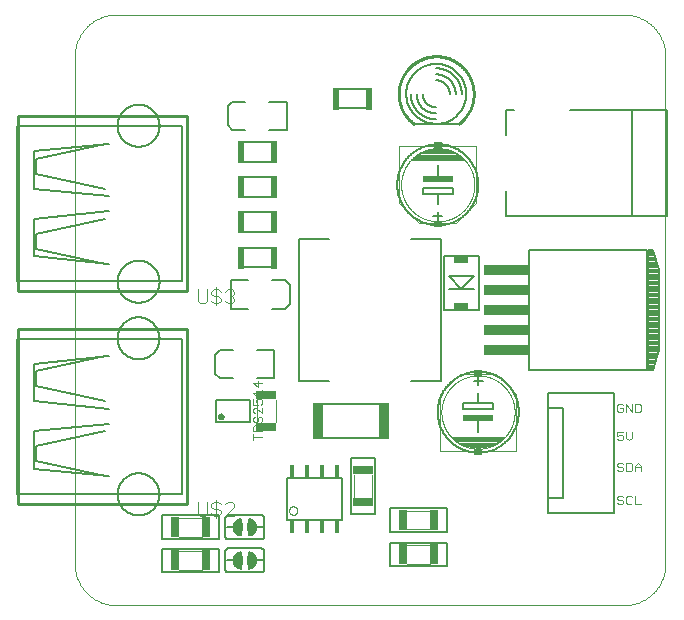
<source format=gto>
G75*
%MOIN*%
%OFA0B0*%
%FSLAX25Y25*%
%IPPOS*%
%LPD*%
%AMOC8*
5,1,8,0,0,1.08239X$1,22.5*
%
%ADD10C,0.00000*%
%ADD11C,0.00004*%
%ADD12C,0.00400*%
%ADD13R,0.06693X0.02953*%
%ADD14C,0.00600*%
%ADD15R,0.10000X0.02000*%
%ADD16R,0.02756X0.02362*%
%ADD17R,0.05000X0.02992*%
%ADD18C,0.00800*%
%ADD19R,0.08500X0.03800*%
%ADD20R,0.06600X0.03800*%
%ADD21C,0.00500*%
%ADD22C,0.00300*%
%ADD23C,0.01000*%
%ADD24R,0.02300X0.07200*%
%ADD25R,0.02953X0.06693*%
%ADD26R,0.03346X0.12205*%
%ADD27C,0.00200*%
%ADD28R,0.01400X0.04000*%
D10*
X0020490Y0014980D02*
X0020490Y0184271D01*
X0034270Y0198050D02*
X0203561Y0198050D01*
X0217341Y0184271D02*
X0217341Y0014980D01*
X0203561Y0001200D02*
X0034270Y0001200D01*
D11*
X0033937Y0001204D01*
X0033604Y0001216D01*
X0033272Y0001236D01*
X0032940Y0001264D01*
X0032609Y0001300D01*
X0032279Y0001345D01*
X0031950Y0001397D01*
X0031622Y0001457D01*
X0031296Y0001525D01*
X0030972Y0001600D01*
X0030650Y0001684D01*
X0030330Y0001775D01*
X0030012Y0001874D01*
X0029696Y0001981D01*
X0029384Y0002095D01*
X0029074Y0002217D01*
X0028767Y0002347D01*
X0028463Y0002483D01*
X0028163Y0002627D01*
X0027866Y0002778D01*
X0027573Y0002937D01*
X0027284Y0003102D01*
X0026999Y0003274D01*
X0026718Y0003453D01*
X0026442Y0003639D01*
X0026170Y0003832D01*
X0025903Y0004031D01*
X0025641Y0004236D01*
X0025384Y0004448D01*
X0025132Y0004666D01*
X0024886Y0004889D01*
X0024645Y0005119D01*
X0024409Y0005355D01*
X0024179Y0005596D01*
X0023956Y0005842D01*
X0023738Y0006094D01*
X0023526Y0006351D01*
X0023321Y0006613D01*
X0023122Y0006880D01*
X0022929Y0007152D01*
X0022743Y0007428D01*
X0022564Y0007709D01*
X0022392Y0007994D01*
X0022227Y0008283D01*
X0022068Y0008576D01*
X0021917Y0008873D01*
X0021773Y0009173D01*
X0021637Y0009477D01*
X0021507Y0009784D01*
X0021385Y0010094D01*
X0021271Y0010406D01*
X0021164Y0010722D01*
X0021065Y0011040D01*
X0020974Y0011360D01*
X0020890Y0011682D01*
X0020815Y0012006D01*
X0020747Y0012332D01*
X0020687Y0012660D01*
X0020635Y0012989D01*
X0020590Y0013319D01*
X0020554Y0013650D01*
X0020526Y0013982D01*
X0020506Y0014314D01*
X0020494Y0014647D01*
X0020490Y0014980D01*
X0203561Y0001200D02*
X0203894Y0001204D01*
X0204227Y0001216D01*
X0204559Y0001236D01*
X0204891Y0001264D01*
X0205222Y0001300D01*
X0205552Y0001345D01*
X0205881Y0001397D01*
X0206209Y0001457D01*
X0206535Y0001525D01*
X0206859Y0001600D01*
X0207181Y0001684D01*
X0207501Y0001775D01*
X0207819Y0001874D01*
X0208135Y0001981D01*
X0208447Y0002095D01*
X0208757Y0002217D01*
X0209064Y0002347D01*
X0209368Y0002483D01*
X0209668Y0002627D01*
X0209965Y0002778D01*
X0210258Y0002937D01*
X0210547Y0003102D01*
X0210832Y0003274D01*
X0211113Y0003453D01*
X0211389Y0003639D01*
X0211661Y0003832D01*
X0211928Y0004031D01*
X0212190Y0004236D01*
X0212447Y0004448D01*
X0212699Y0004666D01*
X0212945Y0004889D01*
X0213186Y0005119D01*
X0213422Y0005355D01*
X0213652Y0005596D01*
X0213875Y0005842D01*
X0214093Y0006094D01*
X0214305Y0006351D01*
X0214510Y0006613D01*
X0214709Y0006880D01*
X0214902Y0007152D01*
X0215088Y0007428D01*
X0215267Y0007709D01*
X0215439Y0007994D01*
X0215604Y0008283D01*
X0215763Y0008576D01*
X0215914Y0008873D01*
X0216058Y0009173D01*
X0216194Y0009477D01*
X0216324Y0009784D01*
X0216446Y0010094D01*
X0216560Y0010406D01*
X0216667Y0010722D01*
X0216766Y0011040D01*
X0216857Y0011360D01*
X0216941Y0011682D01*
X0217016Y0012006D01*
X0217084Y0012332D01*
X0217144Y0012660D01*
X0217196Y0012989D01*
X0217241Y0013319D01*
X0217277Y0013650D01*
X0217305Y0013982D01*
X0217325Y0014314D01*
X0217337Y0014647D01*
X0217341Y0014980D01*
X0217341Y0184271D02*
X0217337Y0184604D01*
X0217325Y0184937D01*
X0217305Y0185269D01*
X0217277Y0185601D01*
X0217241Y0185932D01*
X0217196Y0186262D01*
X0217144Y0186591D01*
X0217084Y0186919D01*
X0217016Y0187245D01*
X0216941Y0187569D01*
X0216857Y0187891D01*
X0216766Y0188211D01*
X0216667Y0188529D01*
X0216560Y0188845D01*
X0216446Y0189157D01*
X0216324Y0189467D01*
X0216194Y0189774D01*
X0216058Y0190078D01*
X0215914Y0190378D01*
X0215763Y0190675D01*
X0215604Y0190968D01*
X0215439Y0191257D01*
X0215267Y0191542D01*
X0215088Y0191823D01*
X0214902Y0192099D01*
X0214709Y0192371D01*
X0214510Y0192638D01*
X0214305Y0192900D01*
X0214093Y0193157D01*
X0213875Y0193409D01*
X0213652Y0193655D01*
X0213422Y0193896D01*
X0213186Y0194132D01*
X0212945Y0194362D01*
X0212699Y0194585D01*
X0212447Y0194803D01*
X0212190Y0195015D01*
X0211928Y0195220D01*
X0211661Y0195419D01*
X0211389Y0195612D01*
X0211113Y0195798D01*
X0210832Y0195977D01*
X0210547Y0196149D01*
X0210258Y0196314D01*
X0209965Y0196473D01*
X0209668Y0196624D01*
X0209368Y0196768D01*
X0209064Y0196904D01*
X0208757Y0197034D01*
X0208447Y0197156D01*
X0208135Y0197270D01*
X0207819Y0197377D01*
X0207501Y0197476D01*
X0207181Y0197567D01*
X0206859Y0197651D01*
X0206535Y0197726D01*
X0206209Y0197794D01*
X0205881Y0197854D01*
X0205552Y0197906D01*
X0205222Y0197951D01*
X0204891Y0197987D01*
X0204559Y0198015D01*
X0204227Y0198035D01*
X0203894Y0198047D01*
X0203561Y0198051D01*
X0034270Y0198051D02*
X0033937Y0198047D01*
X0033604Y0198035D01*
X0033272Y0198015D01*
X0032940Y0197987D01*
X0032609Y0197951D01*
X0032279Y0197906D01*
X0031950Y0197854D01*
X0031622Y0197794D01*
X0031296Y0197726D01*
X0030972Y0197651D01*
X0030650Y0197567D01*
X0030330Y0197476D01*
X0030012Y0197377D01*
X0029696Y0197270D01*
X0029384Y0197156D01*
X0029074Y0197034D01*
X0028767Y0196904D01*
X0028463Y0196768D01*
X0028163Y0196624D01*
X0027866Y0196473D01*
X0027573Y0196314D01*
X0027284Y0196149D01*
X0026999Y0195977D01*
X0026718Y0195798D01*
X0026442Y0195612D01*
X0026170Y0195419D01*
X0025903Y0195220D01*
X0025641Y0195015D01*
X0025384Y0194803D01*
X0025132Y0194585D01*
X0024886Y0194362D01*
X0024645Y0194132D01*
X0024409Y0193896D01*
X0024179Y0193655D01*
X0023956Y0193409D01*
X0023738Y0193157D01*
X0023526Y0192900D01*
X0023321Y0192638D01*
X0023122Y0192371D01*
X0022929Y0192099D01*
X0022743Y0191823D01*
X0022564Y0191542D01*
X0022392Y0191257D01*
X0022227Y0190968D01*
X0022068Y0190675D01*
X0021917Y0190378D01*
X0021773Y0190078D01*
X0021637Y0189774D01*
X0021507Y0189467D01*
X0021385Y0189157D01*
X0021271Y0188845D01*
X0021164Y0188529D01*
X0021065Y0188211D01*
X0020974Y0187891D01*
X0020890Y0187569D01*
X0020815Y0187245D01*
X0020747Y0186919D01*
X0020687Y0186591D01*
X0020635Y0186262D01*
X0020590Y0185932D01*
X0020554Y0185601D01*
X0020526Y0185269D01*
X0020506Y0184937D01*
X0020494Y0184604D01*
X0020490Y0184271D01*
D12*
X0061445Y0106496D02*
X0061445Y0102659D01*
X0062213Y0101892D01*
X0063747Y0101892D01*
X0064515Y0102659D01*
X0064515Y0106496D01*
X0066049Y0105729D02*
X0066049Y0104961D01*
X0066817Y0104194D01*
X0068351Y0104194D01*
X0069118Y0103427D01*
X0069118Y0102659D01*
X0068351Y0101892D01*
X0066817Y0101892D01*
X0066049Y0102659D01*
X0067584Y0101125D02*
X0067584Y0107263D01*
X0068351Y0106496D02*
X0069118Y0105729D01*
X0068351Y0106496D02*
X0066817Y0106496D01*
X0066049Y0105729D01*
X0070653Y0105729D02*
X0071420Y0106496D01*
X0072955Y0106496D01*
X0073722Y0105729D01*
X0073722Y0104961D01*
X0072955Y0104194D01*
X0073722Y0103427D01*
X0073722Y0102659D01*
X0072955Y0101892D01*
X0071420Y0101892D01*
X0070653Y0102659D01*
X0072188Y0104194D02*
X0072955Y0104194D01*
X0081250Y0069773D02*
X0081250Y0062174D01*
X0087447Y0062174D02*
X0087447Y0069773D01*
X0113455Y0044763D02*
X0113455Y0037165D01*
X0119652Y0037165D02*
X0119652Y0044763D01*
X0131258Y0032645D02*
X0138856Y0032645D01*
X0138856Y0026448D02*
X0131258Y0026448D01*
X0131258Y0021228D02*
X0138856Y0021228D01*
X0138856Y0015031D02*
X0131258Y0015031D01*
X0142114Y0052765D02*
X0142114Y0071663D01*
X0148807Y0078356D01*
X0151169Y0078356D01*
X0148807Y0078356D02*
X0161012Y0078356D01*
X0167705Y0071663D01*
X0167705Y0052765D01*
X0158650Y0052765D01*
X0158650Y0054143D02*
X0161406Y0055521D01*
X0163374Y0057096D01*
X0146642Y0057096D01*
X0146445Y0057096D01*
X0148610Y0055324D01*
X0151366Y0054143D01*
X0154909Y0053552D01*
X0158650Y0054143D01*
X0158768Y0054202D02*
X0151228Y0054202D01*
X0150298Y0054601D02*
X0159565Y0054601D01*
X0160362Y0054999D02*
X0149369Y0054999D01*
X0148520Y0055398D02*
X0161159Y0055398D01*
X0161749Y0055796D02*
X0148033Y0055796D01*
X0147546Y0056195D02*
X0162248Y0056195D01*
X0162746Y0056593D02*
X0147059Y0056593D01*
X0146572Y0056992D02*
X0163244Y0056992D01*
X0163571Y0057293D02*
X0146051Y0057293D01*
X0142114Y0052765D02*
X0151169Y0052765D01*
X0153403Y0053803D02*
X0156500Y0053803D01*
X0167705Y0052765D02*
X0142114Y0052765D01*
X0142114Y0071663D01*
X0148807Y0078356D01*
X0158650Y0078356D02*
X0161012Y0078356D01*
X0167705Y0071663D01*
X0167705Y0052765D01*
X0142704Y0065560D02*
X0142708Y0065860D01*
X0142719Y0066159D01*
X0142737Y0066458D01*
X0142763Y0066756D01*
X0142796Y0067054D01*
X0142836Y0067351D01*
X0142884Y0067647D01*
X0142939Y0067941D01*
X0143001Y0068234D01*
X0143070Y0068526D01*
X0143146Y0068815D01*
X0143230Y0069103D01*
X0143320Y0069388D01*
X0143417Y0069672D01*
X0143522Y0069953D01*
X0143633Y0070231D01*
X0143751Y0070506D01*
X0143876Y0070778D01*
X0144007Y0071048D01*
X0144145Y0071313D01*
X0144290Y0071576D01*
X0144440Y0071835D01*
X0144598Y0072090D01*
X0144761Y0072341D01*
X0144930Y0072588D01*
X0145106Y0072831D01*
X0145287Y0073069D01*
X0145474Y0073303D01*
X0145667Y0073532D01*
X0145866Y0073756D01*
X0146070Y0073976D01*
X0146279Y0074190D01*
X0146493Y0074399D01*
X0146713Y0074603D01*
X0146937Y0074802D01*
X0147166Y0074995D01*
X0147400Y0075182D01*
X0147638Y0075363D01*
X0147881Y0075539D01*
X0148128Y0075708D01*
X0148379Y0075871D01*
X0148634Y0076029D01*
X0148893Y0076179D01*
X0149156Y0076324D01*
X0149421Y0076462D01*
X0149691Y0076593D01*
X0149963Y0076718D01*
X0150238Y0076836D01*
X0150516Y0076947D01*
X0150797Y0077052D01*
X0151081Y0077149D01*
X0151366Y0077239D01*
X0151654Y0077323D01*
X0151943Y0077399D01*
X0152235Y0077468D01*
X0152528Y0077530D01*
X0152822Y0077585D01*
X0153118Y0077633D01*
X0153415Y0077673D01*
X0153713Y0077706D01*
X0154011Y0077732D01*
X0154310Y0077750D01*
X0154609Y0077761D01*
X0154909Y0077765D01*
X0155209Y0077761D01*
X0155508Y0077750D01*
X0155807Y0077732D01*
X0156105Y0077706D01*
X0156403Y0077673D01*
X0156700Y0077633D01*
X0156996Y0077585D01*
X0157290Y0077530D01*
X0157583Y0077468D01*
X0157875Y0077399D01*
X0158164Y0077323D01*
X0158452Y0077239D01*
X0158737Y0077149D01*
X0159021Y0077052D01*
X0159302Y0076947D01*
X0159580Y0076836D01*
X0159855Y0076718D01*
X0160127Y0076593D01*
X0160397Y0076462D01*
X0160662Y0076324D01*
X0160925Y0076179D01*
X0161184Y0076029D01*
X0161439Y0075871D01*
X0161690Y0075708D01*
X0161937Y0075539D01*
X0162180Y0075363D01*
X0162418Y0075182D01*
X0162652Y0074995D01*
X0162881Y0074802D01*
X0163105Y0074603D01*
X0163325Y0074399D01*
X0163539Y0074190D01*
X0163748Y0073976D01*
X0163952Y0073756D01*
X0164151Y0073532D01*
X0164344Y0073303D01*
X0164531Y0073069D01*
X0164712Y0072831D01*
X0164888Y0072588D01*
X0165057Y0072341D01*
X0165220Y0072090D01*
X0165378Y0071835D01*
X0165528Y0071576D01*
X0165673Y0071313D01*
X0165811Y0071048D01*
X0165942Y0070778D01*
X0166067Y0070506D01*
X0166185Y0070231D01*
X0166296Y0069953D01*
X0166401Y0069672D01*
X0166498Y0069388D01*
X0166588Y0069103D01*
X0166672Y0068815D01*
X0166748Y0068526D01*
X0166817Y0068234D01*
X0166879Y0067941D01*
X0166934Y0067647D01*
X0166982Y0067351D01*
X0167022Y0067054D01*
X0167055Y0066756D01*
X0167081Y0066458D01*
X0167099Y0066159D01*
X0167110Y0065860D01*
X0167114Y0065560D01*
X0167110Y0065260D01*
X0167099Y0064961D01*
X0167081Y0064662D01*
X0167055Y0064364D01*
X0167022Y0064066D01*
X0166982Y0063769D01*
X0166934Y0063473D01*
X0166879Y0063179D01*
X0166817Y0062886D01*
X0166748Y0062594D01*
X0166672Y0062305D01*
X0166588Y0062017D01*
X0166498Y0061732D01*
X0166401Y0061448D01*
X0166296Y0061167D01*
X0166185Y0060889D01*
X0166067Y0060614D01*
X0165942Y0060342D01*
X0165811Y0060072D01*
X0165673Y0059807D01*
X0165528Y0059544D01*
X0165378Y0059285D01*
X0165220Y0059030D01*
X0165057Y0058779D01*
X0164888Y0058532D01*
X0164712Y0058289D01*
X0164531Y0058051D01*
X0164344Y0057817D01*
X0164151Y0057588D01*
X0163952Y0057364D01*
X0163748Y0057144D01*
X0163539Y0056930D01*
X0163325Y0056721D01*
X0163105Y0056517D01*
X0162881Y0056318D01*
X0162652Y0056125D01*
X0162418Y0055938D01*
X0162180Y0055757D01*
X0161937Y0055581D01*
X0161690Y0055412D01*
X0161439Y0055249D01*
X0161184Y0055091D01*
X0160925Y0054941D01*
X0160662Y0054796D01*
X0160397Y0054658D01*
X0160127Y0054527D01*
X0159855Y0054402D01*
X0159580Y0054284D01*
X0159302Y0054173D01*
X0159021Y0054068D01*
X0158737Y0053971D01*
X0158452Y0053881D01*
X0158164Y0053797D01*
X0157875Y0053721D01*
X0157583Y0053652D01*
X0157290Y0053590D01*
X0156996Y0053535D01*
X0156700Y0053487D01*
X0156403Y0053447D01*
X0156105Y0053414D01*
X0155807Y0053388D01*
X0155508Y0053370D01*
X0155209Y0053359D01*
X0154909Y0053355D01*
X0154609Y0053359D01*
X0154310Y0053370D01*
X0154011Y0053388D01*
X0153713Y0053414D01*
X0153415Y0053447D01*
X0153118Y0053487D01*
X0152822Y0053535D01*
X0152528Y0053590D01*
X0152235Y0053652D01*
X0151943Y0053721D01*
X0151654Y0053797D01*
X0151366Y0053881D01*
X0151081Y0053971D01*
X0150797Y0054068D01*
X0150516Y0054173D01*
X0150238Y0054284D01*
X0149963Y0054402D01*
X0149691Y0054527D01*
X0149421Y0054658D01*
X0149156Y0054796D01*
X0148893Y0054941D01*
X0148634Y0055091D01*
X0148379Y0055249D01*
X0148128Y0055412D01*
X0147881Y0055581D01*
X0147638Y0055757D01*
X0147400Y0055938D01*
X0147166Y0056125D01*
X0146937Y0056318D01*
X0146713Y0056517D01*
X0146493Y0056721D01*
X0146279Y0056930D01*
X0146070Y0057144D01*
X0145866Y0057364D01*
X0145667Y0057588D01*
X0145474Y0057817D01*
X0145287Y0058051D01*
X0145106Y0058289D01*
X0144930Y0058532D01*
X0144761Y0058779D01*
X0144598Y0059030D01*
X0144440Y0059285D01*
X0144290Y0059544D01*
X0144145Y0059807D01*
X0144007Y0060072D01*
X0143876Y0060342D01*
X0143751Y0060614D01*
X0143633Y0060889D01*
X0143522Y0061167D01*
X0143417Y0061448D01*
X0143320Y0061732D01*
X0143230Y0062017D01*
X0143146Y0062305D01*
X0143070Y0062594D01*
X0143001Y0062886D01*
X0142939Y0063179D01*
X0142884Y0063473D01*
X0142836Y0063769D01*
X0142796Y0064066D01*
X0142763Y0064364D01*
X0142737Y0064662D01*
X0142719Y0064961D01*
X0142708Y0065260D01*
X0142704Y0065560D01*
X0158649Y0053945D02*
X0158932Y0054040D01*
X0159213Y0054142D01*
X0159490Y0054251D01*
X0159766Y0054366D01*
X0160038Y0054488D01*
X0160307Y0054617D01*
X0160573Y0054752D01*
X0160835Y0054894D01*
X0161094Y0055042D01*
X0161350Y0055196D01*
X0161601Y0055357D01*
X0161849Y0055524D01*
X0162092Y0055696D01*
X0162331Y0055875D01*
X0162566Y0056059D01*
X0162796Y0056249D01*
X0163021Y0056445D01*
X0163241Y0056646D01*
X0163457Y0056852D01*
X0163667Y0057064D01*
X0163872Y0057280D01*
X0164072Y0057502D01*
X0164266Y0057729D01*
X0164455Y0057960D01*
X0164638Y0058195D01*
X0164815Y0058435D01*
X0164986Y0058680D01*
X0165151Y0058928D01*
X0165310Y0059181D01*
X0165463Y0059437D01*
X0165610Y0059697D01*
X0165750Y0059960D01*
X0165884Y0060227D01*
X0166011Y0060497D01*
X0166131Y0060770D01*
X0166245Y0061045D01*
X0166352Y0061324D01*
X0166452Y0061605D01*
X0166545Y0061888D01*
X0166632Y0062174D01*
X0166711Y0062462D01*
X0166783Y0062751D01*
X0166848Y0063042D01*
X0166906Y0063335D01*
X0166957Y0063629D01*
X0167001Y0063924D01*
X0167037Y0064220D01*
X0167066Y0064517D01*
X0167088Y0064815D01*
X0167103Y0065113D01*
X0167110Y0065411D01*
X0167110Y0065709D01*
X0167103Y0066007D01*
X0167088Y0066305D01*
X0167066Y0066603D01*
X0167037Y0066900D01*
X0167001Y0067196D01*
X0166957Y0067491D01*
X0166906Y0067785D01*
X0166848Y0068078D01*
X0166783Y0068369D01*
X0166711Y0068658D01*
X0166632Y0068946D01*
X0166545Y0069232D01*
X0166452Y0069515D01*
X0166352Y0069796D01*
X0166245Y0070075D01*
X0166131Y0070350D01*
X0166011Y0070623D01*
X0165884Y0070893D01*
X0165750Y0071160D01*
X0165610Y0071423D01*
X0165463Y0071683D01*
X0165310Y0071939D01*
X0165151Y0072192D01*
X0164986Y0072440D01*
X0164815Y0072685D01*
X0164638Y0072925D01*
X0164455Y0073160D01*
X0164266Y0073391D01*
X0164072Y0073618D01*
X0163872Y0073840D01*
X0163667Y0074056D01*
X0163457Y0074268D01*
X0163241Y0074474D01*
X0163021Y0074675D01*
X0162796Y0074871D01*
X0162566Y0075061D01*
X0162331Y0075245D01*
X0162092Y0075424D01*
X0161849Y0075596D01*
X0161601Y0075763D01*
X0161350Y0075924D01*
X0161094Y0076078D01*
X0160835Y0076226D01*
X0160573Y0076368D01*
X0160307Y0076503D01*
X0160038Y0076632D01*
X0159766Y0076754D01*
X0159490Y0076869D01*
X0159213Y0076978D01*
X0158932Y0077080D01*
X0158649Y0077175D01*
X0151169Y0077175D02*
X0150886Y0077080D01*
X0150605Y0076978D01*
X0150328Y0076869D01*
X0150052Y0076754D01*
X0149780Y0076632D01*
X0149511Y0076503D01*
X0149245Y0076368D01*
X0148983Y0076226D01*
X0148724Y0076078D01*
X0148468Y0075924D01*
X0148217Y0075763D01*
X0147969Y0075596D01*
X0147726Y0075424D01*
X0147487Y0075245D01*
X0147252Y0075061D01*
X0147022Y0074871D01*
X0146797Y0074675D01*
X0146577Y0074474D01*
X0146361Y0074268D01*
X0146151Y0074056D01*
X0145946Y0073840D01*
X0145746Y0073618D01*
X0145552Y0073391D01*
X0145363Y0073160D01*
X0145180Y0072925D01*
X0145003Y0072685D01*
X0144832Y0072440D01*
X0144667Y0072192D01*
X0144508Y0071939D01*
X0144355Y0071683D01*
X0144208Y0071423D01*
X0144068Y0071160D01*
X0143934Y0070893D01*
X0143807Y0070623D01*
X0143687Y0070350D01*
X0143573Y0070075D01*
X0143466Y0069796D01*
X0143366Y0069515D01*
X0143273Y0069232D01*
X0143186Y0068946D01*
X0143107Y0068658D01*
X0143035Y0068369D01*
X0142970Y0068078D01*
X0142912Y0067785D01*
X0142861Y0067491D01*
X0142817Y0067196D01*
X0142781Y0066900D01*
X0142752Y0066603D01*
X0142730Y0066305D01*
X0142715Y0066007D01*
X0142708Y0065709D01*
X0142708Y0065411D01*
X0142715Y0065113D01*
X0142730Y0064815D01*
X0142752Y0064517D01*
X0142781Y0064220D01*
X0142817Y0063924D01*
X0142861Y0063629D01*
X0142912Y0063335D01*
X0142970Y0063042D01*
X0143035Y0062751D01*
X0143107Y0062462D01*
X0143186Y0062174D01*
X0143273Y0061888D01*
X0143366Y0061605D01*
X0143466Y0061324D01*
X0143573Y0061045D01*
X0143687Y0060770D01*
X0143807Y0060497D01*
X0143934Y0060227D01*
X0144068Y0059960D01*
X0144208Y0059697D01*
X0144355Y0059437D01*
X0144508Y0059181D01*
X0144667Y0058928D01*
X0144832Y0058680D01*
X0145003Y0058435D01*
X0145180Y0058195D01*
X0145363Y0057960D01*
X0145552Y0057729D01*
X0145746Y0057502D01*
X0145946Y0057280D01*
X0146151Y0057064D01*
X0146361Y0056852D01*
X0146577Y0056646D01*
X0146797Y0056445D01*
X0147022Y0056249D01*
X0147252Y0056059D01*
X0147487Y0055875D01*
X0147726Y0055696D01*
X0147969Y0055524D01*
X0148217Y0055357D01*
X0148468Y0055196D01*
X0148724Y0055042D01*
X0148983Y0054894D01*
X0149245Y0054752D01*
X0149511Y0054617D01*
X0149780Y0054488D01*
X0150052Y0054366D01*
X0150328Y0054251D01*
X0150605Y0054142D01*
X0150886Y0054040D01*
X0151169Y0053945D01*
X0201399Y0056591D02*
X0201866Y0056124D01*
X0202800Y0056124D01*
X0203267Y0056591D01*
X0203267Y0057526D01*
X0202800Y0057993D01*
X0202333Y0057993D01*
X0201399Y0057526D01*
X0201399Y0058927D01*
X0203267Y0058927D01*
X0204345Y0058927D02*
X0204345Y0057059D01*
X0205279Y0056124D01*
X0206214Y0057059D01*
X0206214Y0058927D01*
X0206214Y0065573D02*
X0206214Y0068376D01*
X0207292Y0068376D02*
X0208693Y0068376D01*
X0209160Y0067909D01*
X0209160Y0066040D01*
X0208693Y0065573D01*
X0207292Y0065573D01*
X0207292Y0068376D01*
X0204345Y0068376D02*
X0206214Y0065573D01*
X0204345Y0065573D02*
X0204345Y0068376D01*
X0203267Y0067909D02*
X0202800Y0068376D01*
X0201866Y0068376D01*
X0201399Y0067909D01*
X0201399Y0066040D01*
X0201866Y0065573D01*
X0202800Y0065573D01*
X0203267Y0066040D01*
X0203267Y0066974D01*
X0202333Y0066974D01*
X0201866Y0048691D02*
X0201399Y0048224D01*
X0201399Y0047756D01*
X0201866Y0047289D01*
X0202800Y0047289D01*
X0203267Y0046822D01*
X0203267Y0046355D01*
X0202800Y0045888D01*
X0201866Y0045888D01*
X0201399Y0046355D01*
X0201866Y0048691D02*
X0202800Y0048691D01*
X0203267Y0048224D01*
X0204345Y0048691D02*
X0205747Y0048691D01*
X0206214Y0048224D01*
X0206214Y0046355D01*
X0205747Y0045888D01*
X0204345Y0045888D01*
X0204345Y0048691D01*
X0207292Y0047756D02*
X0208226Y0048691D01*
X0209160Y0047756D01*
X0209160Y0045888D01*
X0209160Y0047289D02*
X0207292Y0047289D01*
X0207292Y0047756D02*
X0207292Y0045888D01*
X0207292Y0037667D02*
X0207292Y0034865D01*
X0209160Y0034865D01*
X0206214Y0035332D02*
X0205747Y0034865D01*
X0204812Y0034865D01*
X0204345Y0035332D01*
X0204345Y0037200D01*
X0204812Y0037667D01*
X0205747Y0037667D01*
X0206214Y0037200D01*
X0203267Y0037200D02*
X0202800Y0037667D01*
X0201866Y0037667D01*
X0201399Y0037200D01*
X0201399Y0036733D01*
X0201866Y0036266D01*
X0202800Y0036266D01*
X0203267Y0035799D01*
X0203267Y0035332D01*
X0202800Y0034865D01*
X0201866Y0034865D01*
X0201399Y0035332D01*
X0147587Y0128572D02*
X0135382Y0128572D01*
X0128689Y0135265D01*
X0128689Y0154163D01*
X0137744Y0154163D01*
X0137744Y0152785D02*
X0134988Y0151407D01*
X0133020Y0149832D01*
X0149752Y0149832D01*
X0149949Y0149832D01*
X0147783Y0151604D01*
X0145028Y0152785D01*
X0141484Y0153375D01*
X0137744Y0152785D01*
X0137443Y0152634D02*
X0145378Y0152634D01*
X0146308Y0152236D02*
X0136646Y0152236D01*
X0135849Y0151837D02*
X0147238Y0151837D01*
X0147985Y0151439D02*
X0135052Y0151439D01*
X0134530Y0151040D02*
X0148472Y0151040D01*
X0148959Y0150642D02*
X0134032Y0150642D01*
X0133534Y0150243D02*
X0149446Y0150243D01*
X0149933Y0149845D02*
X0133036Y0149845D01*
X0132823Y0149635D02*
X0150343Y0149635D01*
X0154280Y0154163D02*
X0145224Y0154163D01*
X0143539Y0153033D02*
X0139316Y0153033D01*
X0128689Y0154163D02*
X0154280Y0154163D01*
X0154280Y0135265D01*
X0147587Y0128572D01*
X0145224Y0128572D01*
X0147587Y0128572D02*
X0154280Y0135265D01*
X0154280Y0154163D01*
X0129279Y0141367D02*
X0129283Y0141667D01*
X0129294Y0141966D01*
X0129312Y0142265D01*
X0129338Y0142563D01*
X0129371Y0142861D01*
X0129411Y0143158D01*
X0129459Y0143454D01*
X0129514Y0143748D01*
X0129576Y0144041D01*
X0129645Y0144333D01*
X0129721Y0144622D01*
X0129805Y0144910D01*
X0129895Y0145195D01*
X0129992Y0145479D01*
X0130097Y0145760D01*
X0130208Y0146038D01*
X0130326Y0146313D01*
X0130451Y0146585D01*
X0130582Y0146855D01*
X0130720Y0147120D01*
X0130865Y0147383D01*
X0131015Y0147642D01*
X0131173Y0147897D01*
X0131336Y0148148D01*
X0131505Y0148395D01*
X0131681Y0148638D01*
X0131862Y0148876D01*
X0132049Y0149110D01*
X0132242Y0149339D01*
X0132441Y0149563D01*
X0132645Y0149783D01*
X0132854Y0149997D01*
X0133068Y0150206D01*
X0133288Y0150410D01*
X0133512Y0150609D01*
X0133741Y0150802D01*
X0133975Y0150989D01*
X0134213Y0151170D01*
X0134456Y0151346D01*
X0134703Y0151515D01*
X0134954Y0151678D01*
X0135209Y0151836D01*
X0135468Y0151986D01*
X0135731Y0152131D01*
X0135996Y0152269D01*
X0136266Y0152400D01*
X0136538Y0152525D01*
X0136813Y0152643D01*
X0137091Y0152754D01*
X0137372Y0152859D01*
X0137656Y0152956D01*
X0137941Y0153046D01*
X0138229Y0153130D01*
X0138518Y0153206D01*
X0138810Y0153275D01*
X0139103Y0153337D01*
X0139397Y0153392D01*
X0139693Y0153440D01*
X0139990Y0153480D01*
X0140288Y0153513D01*
X0140586Y0153539D01*
X0140885Y0153557D01*
X0141184Y0153568D01*
X0141484Y0153572D01*
X0141784Y0153568D01*
X0142083Y0153557D01*
X0142382Y0153539D01*
X0142680Y0153513D01*
X0142978Y0153480D01*
X0143275Y0153440D01*
X0143571Y0153392D01*
X0143865Y0153337D01*
X0144158Y0153275D01*
X0144450Y0153206D01*
X0144739Y0153130D01*
X0145027Y0153046D01*
X0145312Y0152956D01*
X0145596Y0152859D01*
X0145877Y0152754D01*
X0146155Y0152643D01*
X0146430Y0152525D01*
X0146702Y0152400D01*
X0146972Y0152269D01*
X0147237Y0152131D01*
X0147500Y0151986D01*
X0147759Y0151836D01*
X0148014Y0151678D01*
X0148265Y0151515D01*
X0148512Y0151346D01*
X0148755Y0151170D01*
X0148993Y0150989D01*
X0149227Y0150802D01*
X0149456Y0150609D01*
X0149680Y0150410D01*
X0149900Y0150206D01*
X0150114Y0149997D01*
X0150323Y0149783D01*
X0150527Y0149563D01*
X0150726Y0149339D01*
X0150919Y0149110D01*
X0151106Y0148876D01*
X0151287Y0148638D01*
X0151463Y0148395D01*
X0151632Y0148148D01*
X0151795Y0147897D01*
X0151953Y0147642D01*
X0152103Y0147383D01*
X0152248Y0147120D01*
X0152386Y0146855D01*
X0152517Y0146585D01*
X0152642Y0146313D01*
X0152760Y0146038D01*
X0152871Y0145760D01*
X0152976Y0145479D01*
X0153073Y0145195D01*
X0153163Y0144910D01*
X0153247Y0144622D01*
X0153323Y0144333D01*
X0153392Y0144041D01*
X0153454Y0143748D01*
X0153509Y0143454D01*
X0153557Y0143158D01*
X0153597Y0142861D01*
X0153630Y0142563D01*
X0153656Y0142265D01*
X0153674Y0141966D01*
X0153685Y0141667D01*
X0153689Y0141367D01*
X0153685Y0141067D01*
X0153674Y0140768D01*
X0153656Y0140469D01*
X0153630Y0140171D01*
X0153597Y0139873D01*
X0153557Y0139576D01*
X0153509Y0139280D01*
X0153454Y0138986D01*
X0153392Y0138693D01*
X0153323Y0138401D01*
X0153247Y0138112D01*
X0153163Y0137824D01*
X0153073Y0137539D01*
X0152976Y0137255D01*
X0152871Y0136974D01*
X0152760Y0136696D01*
X0152642Y0136421D01*
X0152517Y0136149D01*
X0152386Y0135879D01*
X0152248Y0135614D01*
X0152103Y0135351D01*
X0151953Y0135092D01*
X0151795Y0134837D01*
X0151632Y0134586D01*
X0151463Y0134339D01*
X0151287Y0134096D01*
X0151106Y0133858D01*
X0150919Y0133624D01*
X0150726Y0133395D01*
X0150527Y0133171D01*
X0150323Y0132951D01*
X0150114Y0132737D01*
X0149900Y0132528D01*
X0149680Y0132324D01*
X0149456Y0132125D01*
X0149227Y0131932D01*
X0148993Y0131745D01*
X0148755Y0131564D01*
X0148512Y0131388D01*
X0148265Y0131219D01*
X0148014Y0131056D01*
X0147759Y0130898D01*
X0147500Y0130748D01*
X0147237Y0130603D01*
X0146972Y0130465D01*
X0146702Y0130334D01*
X0146430Y0130209D01*
X0146155Y0130091D01*
X0145877Y0129980D01*
X0145596Y0129875D01*
X0145312Y0129778D01*
X0145027Y0129688D01*
X0144739Y0129604D01*
X0144450Y0129528D01*
X0144158Y0129459D01*
X0143865Y0129397D01*
X0143571Y0129342D01*
X0143275Y0129294D01*
X0142978Y0129254D01*
X0142680Y0129221D01*
X0142382Y0129195D01*
X0142083Y0129177D01*
X0141784Y0129166D01*
X0141484Y0129162D01*
X0141184Y0129166D01*
X0140885Y0129177D01*
X0140586Y0129195D01*
X0140288Y0129221D01*
X0139990Y0129254D01*
X0139693Y0129294D01*
X0139397Y0129342D01*
X0139103Y0129397D01*
X0138810Y0129459D01*
X0138518Y0129528D01*
X0138229Y0129604D01*
X0137941Y0129688D01*
X0137656Y0129778D01*
X0137372Y0129875D01*
X0137091Y0129980D01*
X0136813Y0130091D01*
X0136538Y0130209D01*
X0136266Y0130334D01*
X0135996Y0130465D01*
X0135731Y0130603D01*
X0135468Y0130748D01*
X0135209Y0130898D01*
X0134954Y0131056D01*
X0134703Y0131219D01*
X0134456Y0131388D01*
X0134213Y0131564D01*
X0133975Y0131745D01*
X0133741Y0131932D01*
X0133512Y0132125D01*
X0133288Y0132324D01*
X0133068Y0132528D01*
X0132854Y0132737D01*
X0132645Y0132951D01*
X0132441Y0133171D01*
X0132242Y0133395D01*
X0132049Y0133624D01*
X0131862Y0133858D01*
X0131681Y0134096D01*
X0131505Y0134339D01*
X0131336Y0134586D01*
X0131173Y0134837D01*
X0131015Y0135092D01*
X0130865Y0135351D01*
X0130720Y0135614D01*
X0130582Y0135879D01*
X0130451Y0136149D01*
X0130326Y0136421D01*
X0130208Y0136696D01*
X0130097Y0136974D01*
X0129992Y0137255D01*
X0129895Y0137539D01*
X0129805Y0137824D01*
X0129721Y0138112D01*
X0129645Y0138401D01*
X0129576Y0138693D01*
X0129514Y0138986D01*
X0129459Y0139280D01*
X0129411Y0139576D01*
X0129371Y0139873D01*
X0129338Y0140171D01*
X0129312Y0140469D01*
X0129294Y0140768D01*
X0129283Y0141067D01*
X0129279Y0141367D01*
X0128689Y0135265D02*
X0128689Y0154163D01*
X0145224Y0152982D02*
X0145507Y0152887D01*
X0145788Y0152785D01*
X0146065Y0152676D01*
X0146341Y0152561D01*
X0146613Y0152439D01*
X0146882Y0152310D01*
X0147148Y0152175D01*
X0147410Y0152033D01*
X0147669Y0151885D01*
X0147925Y0151731D01*
X0148176Y0151570D01*
X0148424Y0151403D01*
X0148667Y0151231D01*
X0148906Y0151052D01*
X0149141Y0150868D01*
X0149371Y0150678D01*
X0149596Y0150482D01*
X0149816Y0150281D01*
X0150032Y0150075D01*
X0150242Y0149863D01*
X0150447Y0149647D01*
X0150647Y0149425D01*
X0150841Y0149198D01*
X0151030Y0148967D01*
X0151213Y0148732D01*
X0151390Y0148492D01*
X0151561Y0148247D01*
X0151726Y0147999D01*
X0151885Y0147746D01*
X0152038Y0147490D01*
X0152185Y0147230D01*
X0152325Y0146967D01*
X0152459Y0146700D01*
X0152586Y0146430D01*
X0152706Y0146157D01*
X0152820Y0145882D01*
X0152927Y0145603D01*
X0153027Y0145322D01*
X0153120Y0145039D01*
X0153207Y0144753D01*
X0153286Y0144465D01*
X0153358Y0144176D01*
X0153423Y0143885D01*
X0153481Y0143592D01*
X0153532Y0143298D01*
X0153576Y0143003D01*
X0153612Y0142707D01*
X0153641Y0142410D01*
X0153663Y0142112D01*
X0153678Y0141814D01*
X0153685Y0141516D01*
X0153685Y0141218D01*
X0153678Y0140920D01*
X0153663Y0140622D01*
X0153641Y0140324D01*
X0153612Y0140027D01*
X0153576Y0139731D01*
X0153532Y0139436D01*
X0153481Y0139142D01*
X0153423Y0138849D01*
X0153358Y0138558D01*
X0153286Y0138269D01*
X0153207Y0137981D01*
X0153120Y0137695D01*
X0153027Y0137412D01*
X0152927Y0137131D01*
X0152820Y0136852D01*
X0152706Y0136577D01*
X0152586Y0136304D01*
X0152459Y0136034D01*
X0152325Y0135767D01*
X0152185Y0135504D01*
X0152038Y0135244D01*
X0151885Y0134988D01*
X0151726Y0134735D01*
X0151561Y0134487D01*
X0151390Y0134242D01*
X0151213Y0134002D01*
X0151030Y0133767D01*
X0150841Y0133536D01*
X0150647Y0133309D01*
X0150447Y0133087D01*
X0150242Y0132871D01*
X0150032Y0132659D01*
X0149816Y0132453D01*
X0149596Y0132252D01*
X0149371Y0132056D01*
X0149141Y0131866D01*
X0148906Y0131682D01*
X0148667Y0131503D01*
X0148424Y0131331D01*
X0148176Y0131164D01*
X0147925Y0131003D01*
X0147669Y0130849D01*
X0147410Y0130701D01*
X0147148Y0130559D01*
X0146882Y0130424D01*
X0146613Y0130295D01*
X0146341Y0130173D01*
X0146065Y0130058D01*
X0145788Y0129949D01*
X0145507Y0129847D01*
X0145224Y0129752D01*
X0137744Y0128572D02*
X0135382Y0128572D01*
X0128689Y0135265D01*
X0137744Y0129752D02*
X0137461Y0129847D01*
X0137180Y0129949D01*
X0136903Y0130058D01*
X0136627Y0130173D01*
X0136355Y0130295D01*
X0136086Y0130424D01*
X0135820Y0130559D01*
X0135558Y0130701D01*
X0135299Y0130849D01*
X0135043Y0131003D01*
X0134792Y0131164D01*
X0134544Y0131331D01*
X0134301Y0131503D01*
X0134062Y0131682D01*
X0133827Y0131866D01*
X0133597Y0132056D01*
X0133372Y0132252D01*
X0133152Y0132453D01*
X0132936Y0132659D01*
X0132726Y0132871D01*
X0132521Y0133087D01*
X0132321Y0133309D01*
X0132127Y0133536D01*
X0131938Y0133767D01*
X0131755Y0134002D01*
X0131578Y0134242D01*
X0131407Y0134487D01*
X0131242Y0134735D01*
X0131083Y0134988D01*
X0130930Y0135244D01*
X0130783Y0135504D01*
X0130643Y0135767D01*
X0130509Y0136034D01*
X0130382Y0136304D01*
X0130262Y0136577D01*
X0130148Y0136852D01*
X0130041Y0137131D01*
X0129941Y0137412D01*
X0129848Y0137695D01*
X0129761Y0137981D01*
X0129682Y0138269D01*
X0129610Y0138558D01*
X0129545Y0138849D01*
X0129487Y0139142D01*
X0129436Y0139436D01*
X0129392Y0139731D01*
X0129356Y0140027D01*
X0129327Y0140324D01*
X0129305Y0140622D01*
X0129290Y0140920D01*
X0129283Y0141218D01*
X0129283Y0141516D01*
X0129290Y0141814D01*
X0129305Y0142112D01*
X0129327Y0142410D01*
X0129356Y0142707D01*
X0129392Y0143003D01*
X0129436Y0143298D01*
X0129487Y0143592D01*
X0129545Y0143885D01*
X0129610Y0144176D01*
X0129682Y0144465D01*
X0129761Y0144753D01*
X0129848Y0145039D01*
X0129941Y0145322D01*
X0130041Y0145603D01*
X0130148Y0145882D01*
X0130262Y0146157D01*
X0130382Y0146430D01*
X0130509Y0146700D01*
X0130643Y0146967D01*
X0130783Y0147230D01*
X0130930Y0147490D01*
X0131083Y0147746D01*
X0131242Y0147999D01*
X0131407Y0148247D01*
X0131578Y0148492D01*
X0131755Y0148732D01*
X0131938Y0148967D01*
X0132127Y0149198D01*
X0132321Y0149425D01*
X0132521Y0149647D01*
X0132726Y0149863D01*
X0132936Y0150075D01*
X0133152Y0150281D01*
X0133372Y0150482D01*
X0133597Y0150678D01*
X0133827Y0150868D01*
X0134062Y0151052D01*
X0134301Y0151231D01*
X0134544Y0151403D01*
X0134792Y0151570D01*
X0135043Y0151731D01*
X0135299Y0151885D01*
X0135558Y0152033D01*
X0135820Y0152175D01*
X0136086Y0152310D01*
X0136355Y0152439D01*
X0136627Y0152561D01*
X0136903Y0152676D01*
X0137180Y0152785D01*
X0137461Y0152887D01*
X0137744Y0152982D01*
X0067584Y0036397D02*
X0067584Y0030259D01*
X0068351Y0031026D02*
X0069118Y0031793D01*
X0069118Y0032561D01*
X0068351Y0033328D01*
X0066817Y0033328D01*
X0066049Y0034095D01*
X0066049Y0034863D01*
X0066817Y0035630D01*
X0068351Y0035630D01*
X0069118Y0034863D01*
X0070653Y0034863D02*
X0071420Y0035630D01*
X0072955Y0035630D01*
X0073722Y0034863D01*
X0073722Y0034095D01*
X0070653Y0031026D01*
X0073722Y0031026D01*
X0068351Y0031026D02*
X0066817Y0031026D01*
X0066049Y0031793D01*
X0064515Y0031793D02*
X0064515Y0035630D01*
X0061445Y0035630D02*
X0061445Y0031793D01*
X0062213Y0031026D01*
X0063747Y0031026D01*
X0064515Y0031793D01*
X0062872Y0030283D02*
X0055274Y0030283D01*
X0055274Y0024086D02*
X0062872Y0024086D01*
X0062872Y0019259D02*
X0055274Y0019259D01*
X0055274Y0013062D02*
X0062872Y0013062D01*
D13*
X0084352Y0060750D03*
X0084345Y0071197D03*
X0116550Y0046187D03*
X0116557Y0035740D03*
D14*
X0109711Y0029535D02*
X0109711Y0043731D01*
X0091112Y0043731D01*
X0091112Y0029535D01*
X0109711Y0029535D01*
X0083683Y0030184D02*
X0083683Y0024184D01*
X0083681Y0024124D01*
X0083676Y0024063D01*
X0083667Y0024004D01*
X0083654Y0023945D01*
X0083638Y0023886D01*
X0083618Y0023829D01*
X0083595Y0023774D01*
X0083568Y0023719D01*
X0083539Y0023667D01*
X0083506Y0023616D01*
X0083470Y0023567D01*
X0083432Y0023521D01*
X0083390Y0023477D01*
X0083346Y0023435D01*
X0083300Y0023397D01*
X0083251Y0023361D01*
X0083200Y0023328D01*
X0083148Y0023299D01*
X0083093Y0023272D01*
X0083038Y0023249D01*
X0082981Y0023229D01*
X0082922Y0023213D01*
X0082863Y0023200D01*
X0082804Y0023191D01*
X0082743Y0023186D01*
X0082683Y0023184D01*
X0071683Y0023184D01*
X0071623Y0023186D01*
X0071562Y0023191D01*
X0071503Y0023200D01*
X0071444Y0023213D01*
X0071385Y0023229D01*
X0071328Y0023249D01*
X0071273Y0023272D01*
X0071218Y0023299D01*
X0071166Y0023328D01*
X0071115Y0023361D01*
X0071066Y0023397D01*
X0071020Y0023435D01*
X0070976Y0023477D01*
X0070934Y0023521D01*
X0070896Y0023567D01*
X0070860Y0023616D01*
X0070827Y0023667D01*
X0070798Y0023719D01*
X0070771Y0023774D01*
X0070748Y0023829D01*
X0070728Y0023886D01*
X0070712Y0023945D01*
X0070699Y0024004D01*
X0070690Y0024063D01*
X0070685Y0024124D01*
X0070683Y0024184D01*
X0070683Y0030184D01*
X0070685Y0030244D01*
X0070690Y0030305D01*
X0070699Y0030364D01*
X0070712Y0030423D01*
X0070728Y0030482D01*
X0070748Y0030539D01*
X0070771Y0030594D01*
X0070798Y0030649D01*
X0070827Y0030701D01*
X0070860Y0030752D01*
X0070896Y0030801D01*
X0070934Y0030847D01*
X0070976Y0030891D01*
X0071020Y0030933D01*
X0071066Y0030971D01*
X0071115Y0031007D01*
X0071166Y0031040D01*
X0071218Y0031069D01*
X0071273Y0031096D01*
X0071328Y0031119D01*
X0071385Y0031139D01*
X0071444Y0031155D01*
X0071503Y0031168D01*
X0071562Y0031177D01*
X0071623Y0031182D01*
X0071683Y0031184D01*
X0082683Y0031184D01*
X0082743Y0031182D01*
X0082804Y0031177D01*
X0082863Y0031168D01*
X0082922Y0031155D01*
X0082981Y0031139D01*
X0083038Y0031119D01*
X0083093Y0031096D01*
X0083148Y0031069D01*
X0083200Y0031040D01*
X0083251Y0031007D01*
X0083300Y0030971D01*
X0083346Y0030933D01*
X0083390Y0030891D01*
X0083432Y0030847D01*
X0083470Y0030801D01*
X0083506Y0030752D01*
X0083539Y0030701D01*
X0083568Y0030649D01*
X0083595Y0030594D01*
X0083618Y0030539D01*
X0083638Y0030482D01*
X0083654Y0030423D01*
X0083667Y0030364D01*
X0083676Y0030305D01*
X0083681Y0030244D01*
X0083683Y0030184D01*
X0083183Y0027184D02*
X0081183Y0027184D01*
X0082683Y0020161D02*
X0071683Y0020161D01*
X0071623Y0020159D01*
X0071562Y0020154D01*
X0071503Y0020145D01*
X0071444Y0020132D01*
X0071385Y0020116D01*
X0071328Y0020096D01*
X0071273Y0020073D01*
X0071218Y0020046D01*
X0071166Y0020017D01*
X0071115Y0019984D01*
X0071066Y0019948D01*
X0071020Y0019910D01*
X0070976Y0019868D01*
X0070934Y0019824D01*
X0070896Y0019778D01*
X0070860Y0019729D01*
X0070827Y0019678D01*
X0070798Y0019626D01*
X0070771Y0019571D01*
X0070748Y0019516D01*
X0070728Y0019459D01*
X0070712Y0019400D01*
X0070699Y0019341D01*
X0070690Y0019282D01*
X0070685Y0019221D01*
X0070683Y0019161D01*
X0070683Y0013161D01*
X0070685Y0013101D01*
X0070690Y0013040D01*
X0070699Y0012981D01*
X0070712Y0012922D01*
X0070728Y0012863D01*
X0070748Y0012806D01*
X0070771Y0012751D01*
X0070798Y0012696D01*
X0070827Y0012644D01*
X0070860Y0012593D01*
X0070896Y0012544D01*
X0070934Y0012498D01*
X0070976Y0012454D01*
X0071020Y0012412D01*
X0071066Y0012374D01*
X0071115Y0012338D01*
X0071166Y0012305D01*
X0071218Y0012276D01*
X0071273Y0012249D01*
X0071328Y0012226D01*
X0071385Y0012206D01*
X0071444Y0012190D01*
X0071503Y0012177D01*
X0071562Y0012168D01*
X0071623Y0012163D01*
X0071683Y0012161D01*
X0082683Y0012161D01*
X0082743Y0012163D01*
X0082804Y0012168D01*
X0082863Y0012177D01*
X0082922Y0012190D01*
X0082981Y0012206D01*
X0083038Y0012226D01*
X0083093Y0012249D01*
X0083148Y0012276D01*
X0083200Y0012305D01*
X0083251Y0012338D01*
X0083300Y0012374D01*
X0083346Y0012412D01*
X0083390Y0012454D01*
X0083432Y0012498D01*
X0083470Y0012544D01*
X0083506Y0012593D01*
X0083539Y0012644D01*
X0083568Y0012696D01*
X0083595Y0012751D01*
X0083618Y0012806D01*
X0083638Y0012863D01*
X0083654Y0012922D01*
X0083667Y0012981D01*
X0083676Y0013040D01*
X0083681Y0013101D01*
X0083683Y0013161D01*
X0083683Y0019161D01*
X0083681Y0019221D01*
X0083676Y0019282D01*
X0083667Y0019341D01*
X0083654Y0019400D01*
X0083638Y0019459D01*
X0083618Y0019516D01*
X0083595Y0019571D01*
X0083568Y0019626D01*
X0083539Y0019678D01*
X0083506Y0019729D01*
X0083470Y0019778D01*
X0083432Y0019824D01*
X0083390Y0019868D01*
X0083346Y0019910D01*
X0083300Y0019948D01*
X0083251Y0019984D01*
X0083200Y0020017D01*
X0083148Y0020046D01*
X0083093Y0020073D01*
X0083038Y0020096D01*
X0082981Y0020116D01*
X0082922Y0020132D01*
X0082863Y0020145D01*
X0082804Y0020154D01*
X0082743Y0020159D01*
X0082683Y0020161D01*
X0083183Y0016161D02*
X0081183Y0016161D01*
X0073183Y0016161D02*
X0071183Y0016161D01*
X0071183Y0027184D02*
X0073183Y0027184D01*
X0103219Y0056818D02*
X0121915Y0056818D01*
X0121915Y0068417D02*
X0103219Y0068417D01*
X0143581Y0099596D02*
X0155077Y0099596D01*
X0155077Y0117588D01*
X0143581Y0117588D01*
X0143581Y0099596D01*
X0145153Y0106623D02*
X0149329Y0106623D01*
X0145153Y0110799D01*
X0153505Y0110799D01*
X0149329Y0106623D01*
X0153505Y0106623D01*
X0141484Y0129367D02*
X0141484Y0132367D01*
X0142984Y0130867D02*
X0139984Y0130867D01*
X0141484Y0134867D02*
X0141484Y0138367D01*
X0136484Y0138367D01*
X0136484Y0140367D01*
X0146484Y0140367D01*
X0146484Y0138367D01*
X0141484Y0138367D01*
X0127984Y0141367D02*
X0127988Y0141698D01*
X0128000Y0142029D01*
X0128021Y0142360D01*
X0128049Y0142690D01*
X0128086Y0143020D01*
X0128130Y0143348D01*
X0128183Y0143675D01*
X0128243Y0144001D01*
X0128312Y0144325D01*
X0128389Y0144647D01*
X0128473Y0144968D01*
X0128565Y0145286D01*
X0128665Y0145602D01*
X0128773Y0145915D01*
X0128889Y0146226D01*
X0129012Y0146533D01*
X0129142Y0146838D01*
X0129280Y0147139D01*
X0129425Y0147437D01*
X0129578Y0147731D01*
X0129738Y0148021D01*
X0129905Y0148307D01*
X0130078Y0148589D01*
X0130259Y0148867D01*
X0130447Y0149140D01*
X0130641Y0149409D01*
X0130841Y0149673D01*
X0131048Y0149931D01*
X0131262Y0150185D01*
X0131481Y0150433D01*
X0131707Y0150676D01*
X0131938Y0150913D01*
X0132175Y0151144D01*
X0132418Y0151370D01*
X0132666Y0151589D01*
X0132920Y0151803D01*
X0133178Y0152010D01*
X0133442Y0152210D01*
X0133711Y0152404D01*
X0133984Y0152592D01*
X0134262Y0152773D01*
X0134544Y0152946D01*
X0134830Y0153113D01*
X0135120Y0153273D01*
X0135414Y0153426D01*
X0135712Y0153571D01*
X0136013Y0153709D01*
X0136318Y0153839D01*
X0136625Y0153962D01*
X0136936Y0154078D01*
X0137249Y0154186D01*
X0137565Y0154286D01*
X0137883Y0154378D01*
X0138204Y0154462D01*
X0138526Y0154539D01*
X0138850Y0154608D01*
X0139176Y0154668D01*
X0139503Y0154721D01*
X0139831Y0154765D01*
X0140161Y0154802D01*
X0140491Y0154830D01*
X0140822Y0154851D01*
X0141153Y0154863D01*
X0141484Y0154867D01*
X0141815Y0154863D01*
X0142146Y0154851D01*
X0142477Y0154830D01*
X0142807Y0154802D01*
X0143137Y0154765D01*
X0143465Y0154721D01*
X0143792Y0154668D01*
X0144118Y0154608D01*
X0144442Y0154539D01*
X0144764Y0154462D01*
X0145085Y0154378D01*
X0145403Y0154286D01*
X0145719Y0154186D01*
X0146032Y0154078D01*
X0146343Y0153962D01*
X0146650Y0153839D01*
X0146955Y0153709D01*
X0147256Y0153571D01*
X0147554Y0153426D01*
X0147848Y0153273D01*
X0148138Y0153113D01*
X0148424Y0152946D01*
X0148706Y0152773D01*
X0148984Y0152592D01*
X0149257Y0152404D01*
X0149526Y0152210D01*
X0149790Y0152010D01*
X0150048Y0151803D01*
X0150302Y0151589D01*
X0150550Y0151370D01*
X0150793Y0151144D01*
X0151030Y0150913D01*
X0151261Y0150676D01*
X0151487Y0150433D01*
X0151706Y0150185D01*
X0151920Y0149931D01*
X0152127Y0149673D01*
X0152327Y0149409D01*
X0152521Y0149140D01*
X0152709Y0148867D01*
X0152890Y0148589D01*
X0153063Y0148307D01*
X0153230Y0148021D01*
X0153390Y0147731D01*
X0153543Y0147437D01*
X0153688Y0147139D01*
X0153826Y0146838D01*
X0153956Y0146533D01*
X0154079Y0146226D01*
X0154195Y0145915D01*
X0154303Y0145602D01*
X0154403Y0145286D01*
X0154495Y0144968D01*
X0154579Y0144647D01*
X0154656Y0144325D01*
X0154725Y0144001D01*
X0154785Y0143675D01*
X0154838Y0143348D01*
X0154882Y0143020D01*
X0154919Y0142690D01*
X0154947Y0142360D01*
X0154968Y0142029D01*
X0154980Y0141698D01*
X0154984Y0141367D01*
X0154980Y0141036D01*
X0154968Y0140705D01*
X0154947Y0140374D01*
X0154919Y0140044D01*
X0154882Y0139714D01*
X0154838Y0139386D01*
X0154785Y0139059D01*
X0154725Y0138733D01*
X0154656Y0138409D01*
X0154579Y0138087D01*
X0154495Y0137766D01*
X0154403Y0137448D01*
X0154303Y0137132D01*
X0154195Y0136819D01*
X0154079Y0136508D01*
X0153956Y0136201D01*
X0153826Y0135896D01*
X0153688Y0135595D01*
X0153543Y0135297D01*
X0153390Y0135003D01*
X0153230Y0134713D01*
X0153063Y0134427D01*
X0152890Y0134145D01*
X0152709Y0133867D01*
X0152521Y0133594D01*
X0152327Y0133325D01*
X0152127Y0133061D01*
X0151920Y0132803D01*
X0151706Y0132549D01*
X0151487Y0132301D01*
X0151261Y0132058D01*
X0151030Y0131821D01*
X0150793Y0131590D01*
X0150550Y0131364D01*
X0150302Y0131145D01*
X0150048Y0130931D01*
X0149790Y0130724D01*
X0149526Y0130524D01*
X0149257Y0130330D01*
X0148984Y0130142D01*
X0148706Y0129961D01*
X0148424Y0129788D01*
X0148138Y0129621D01*
X0147848Y0129461D01*
X0147554Y0129308D01*
X0147256Y0129163D01*
X0146955Y0129025D01*
X0146650Y0128895D01*
X0146343Y0128772D01*
X0146032Y0128656D01*
X0145719Y0128548D01*
X0145403Y0128448D01*
X0145085Y0128356D01*
X0144764Y0128272D01*
X0144442Y0128195D01*
X0144118Y0128126D01*
X0143792Y0128066D01*
X0143465Y0128013D01*
X0143137Y0127969D01*
X0142807Y0127932D01*
X0142477Y0127904D01*
X0142146Y0127883D01*
X0141815Y0127871D01*
X0141484Y0127867D01*
X0141153Y0127871D01*
X0140822Y0127883D01*
X0140491Y0127904D01*
X0140161Y0127932D01*
X0139831Y0127969D01*
X0139503Y0128013D01*
X0139176Y0128066D01*
X0138850Y0128126D01*
X0138526Y0128195D01*
X0138204Y0128272D01*
X0137883Y0128356D01*
X0137565Y0128448D01*
X0137249Y0128548D01*
X0136936Y0128656D01*
X0136625Y0128772D01*
X0136318Y0128895D01*
X0136013Y0129025D01*
X0135712Y0129163D01*
X0135414Y0129308D01*
X0135120Y0129461D01*
X0134830Y0129621D01*
X0134544Y0129788D01*
X0134262Y0129961D01*
X0133984Y0130142D01*
X0133711Y0130330D01*
X0133442Y0130524D01*
X0133178Y0130724D01*
X0132920Y0130931D01*
X0132666Y0131145D01*
X0132418Y0131364D01*
X0132175Y0131590D01*
X0131938Y0131821D01*
X0131707Y0132058D01*
X0131481Y0132301D01*
X0131262Y0132549D01*
X0131048Y0132803D01*
X0130841Y0133061D01*
X0130641Y0133325D01*
X0130447Y0133594D01*
X0130259Y0133867D01*
X0130078Y0134145D01*
X0129905Y0134427D01*
X0129738Y0134713D01*
X0129578Y0135003D01*
X0129425Y0135297D01*
X0129280Y0135595D01*
X0129142Y0135896D01*
X0129012Y0136201D01*
X0128889Y0136508D01*
X0128773Y0136819D01*
X0128665Y0137132D01*
X0128565Y0137448D01*
X0128473Y0137766D01*
X0128389Y0138087D01*
X0128312Y0138409D01*
X0128243Y0138733D01*
X0128183Y0139059D01*
X0128130Y0139386D01*
X0128086Y0139714D01*
X0128049Y0140044D01*
X0128021Y0140374D01*
X0128000Y0140705D01*
X0127988Y0141036D01*
X0127984Y0141367D01*
X0141484Y0143867D02*
X0141484Y0147867D01*
X0117510Y0166798D02*
X0108510Y0166798D01*
X0108510Y0173398D02*
X0117510Y0173398D01*
X0130963Y0171672D02*
X0130966Y0171917D01*
X0130975Y0172163D01*
X0130990Y0172408D01*
X0131011Y0172652D01*
X0131038Y0172896D01*
X0131071Y0173139D01*
X0131110Y0173382D01*
X0131155Y0173623D01*
X0131206Y0173863D01*
X0131263Y0174102D01*
X0131325Y0174339D01*
X0131394Y0174575D01*
X0131468Y0174809D01*
X0131548Y0175041D01*
X0131633Y0175271D01*
X0131724Y0175499D01*
X0131821Y0175724D01*
X0131923Y0175948D01*
X0132031Y0176168D01*
X0132144Y0176386D01*
X0132262Y0176601D01*
X0132386Y0176813D01*
X0132514Y0177022D01*
X0132648Y0177228D01*
X0132787Y0177430D01*
X0132931Y0177629D01*
X0133080Y0177824D01*
X0133233Y0178016D01*
X0133391Y0178204D01*
X0133553Y0178388D01*
X0133721Y0178567D01*
X0133892Y0178743D01*
X0134068Y0178914D01*
X0134247Y0179082D01*
X0134431Y0179244D01*
X0134619Y0179402D01*
X0134811Y0179555D01*
X0135006Y0179704D01*
X0135205Y0179848D01*
X0135407Y0179987D01*
X0135613Y0180121D01*
X0135822Y0180249D01*
X0136034Y0180373D01*
X0136249Y0180491D01*
X0136467Y0180604D01*
X0136687Y0180712D01*
X0136911Y0180814D01*
X0137136Y0180911D01*
X0137364Y0181002D01*
X0137594Y0181087D01*
X0137826Y0181167D01*
X0138060Y0181241D01*
X0138296Y0181310D01*
X0138533Y0181372D01*
X0138772Y0181429D01*
X0139012Y0181480D01*
X0139253Y0181525D01*
X0139496Y0181564D01*
X0139739Y0181597D01*
X0139983Y0181624D01*
X0140227Y0181645D01*
X0140472Y0181660D01*
X0140718Y0181669D01*
X0140963Y0181672D01*
X0141208Y0181669D01*
X0141454Y0181660D01*
X0141699Y0181645D01*
X0141943Y0181624D01*
X0142187Y0181597D01*
X0142430Y0181564D01*
X0142673Y0181525D01*
X0142914Y0181480D01*
X0143154Y0181429D01*
X0143393Y0181372D01*
X0143630Y0181310D01*
X0143866Y0181241D01*
X0144100Y0181167D01*
X0144332Y0181087D01*
X0144562Y0181002D01*
X0144790Y0180911D01*
X0145015Y0180814D01*
X0145239Y0180712D01*
X0145459Y0180604D01*
X0145677Y0180491D01*
X0145892Y0180373D01*
X0146104Y0180249D01*
X0146313Y0180121D01*
X0146519Y0179987D01*
X0146721Y0179848D01*
X0146920Y0179704D01*
X0147115Y0179555D01*
X0147307Y0179402D01*
X0147495Y0179244D01*
X0147679Y0179082D01*
X0147858Y0178914D01*
X0148034Y0178743D01*
X0148205Y0178567D01*
X0148373Y0178388D01*
X0148535Y0178204D01*
X0148693Y0178016D01*
X0148846Y0177824D01*
X0148995Y0177629D01*
X0149139Y0177430D01*
X0149278Y0177228D01*
X0149412Y0177022D01*
X0149540Y0176813D01*
X0149664Y0176601D01*
X0149782Y0176386D01*
X0149895Y0176168D01*
X0150003Y0175948D01*
X0150105Y0175724D01*
X0150202Y0175499D01*
X0150293Y0175271D01*
X0150378Y0175041D01*
X0150458Y0174809D01*
X0150532Y0174575D01*
X0150601Y0174339D01*
X0150663Y0174102D01*
X0150720Y0173863D01*
X0150771Y0173623D01*
X0150816Y0173382D01*
X0150855Y0173139D01*
X0150888Y0172896D01*
X0150915Y0172652D01*
X0150936Y0172408D01*
X0150951Y0172163D01*
X0150960Y0171917D01*
X0150963Y0171672D01*
X0150960Y0171427D01*
X0150951Y0171181D01*
X0150936Y0170936D01*
X0150915Y0170692D01*
X0150888Y0170448D01*
X0150855Y0170205D01*
X0150816Y0169962D01*
X0150771Y0169721D01*
X0150720Y0169481D01*
X0150663Y0169242D01*
X0150601Y0169005D01*
X0150532Y0168769D01*
X0150458Y0168535D01*
X0150378Y0168303D01*
X0150293Y0168073D01*
X0150202Y0167845D01*
X0150105Y0167620D01*
X0150003Y0167396D01*
X0149895Y0167176D01*
X0149782Y0166958D01*
X0149664Y0166743D01*
X0149540Y0166531D01*
X0149412Y0166322D01*
X0149278Y0166116D01*
X0149139Y0165914D01*
X0148995Y0165715D01*
X0148846Y0165520D01*
X0148693Y0165328D01*
X0148535Y0165140D01*
X0148373Y0164956D01*
X0148205Y0164777D01*
X0148034Y0164601D01*
X0147858Y0164430D01*
X0147679Y0164262D01*
X0147495Y0164100D01*
X0147307Y0163942D01*
X0147115Y0163789D01*
X0146920Y0163640D01*
X0146721Y0163496D01*
X0146519Y0163357D01*
X0146313Y0163223D01*
X0146104Y0163095D01*
X0145892Y0162971D01*
X0145677Y0162853D01*
X0145459Y0162740D01*
X0145239Y0162632D01*
X0145015Y0162530D01*
X0144790Y0162433D01*
X0144562Y0162342D01*
X0144332Y0162257D01*
X0144100Y0162177D01*
X0143866Y0162103D01*
X0143630Y0162034D01*
X0143393Y0161972D01*
X0143154Y0161915D01*
X0142914Y0161864D01*
X0142673Y0161819D01*
X0142430Y0161780D01*
X0142187Y0161747D01*
X0141943Y0161720D01*
X0141699Y0161699D01*
X0141454Y0161684D01*
X0141208Y0161675D01*
X0140963Y0161672D01*
X0140718Y0161675D01*
X0140472Y0161684D01*
X0140227Y0161699D01*
X0139983Y0161720D01*
X0139739Y0161747D01*
X0139496Y0161780D01*
X0139253Y0161819D01*
X0139012Y0161864D01*
X0138772Y0161915D01*
X0138533Y0161972D01*
X0138296Y0162034D01*
X0138060Y0162103D01*
X0137826Y0162177D01*
X0137594Y0162257D01*
X0137364Y0162342D01*
X0137136Y0162433D01*
X0136911Y0162530D01*
X0136687Y0162632D01*
X0136467Y0162740D01*
X0136249Y0162853D01*
X0136034Y0162971D01*
X0135822Y0163095D01*
X0135613Y0163223D01*
X0135407Y0163357D01*
X0135205Y0163496D01*
X0135006Y0163640D01*
X0134811Y0163789D01*
X0134619Y0163942D01*
X0134431Y0164100D01*
X0134247Y0164262D01*
X0134068Y0164430D01*
X0133892Y0164601D01*
X0133721Y0164777D01*
X0133553Y0164956D01*
X0133391Y0165140D01*
X0133233Y0165328D01*
X0133080Y0165520D01*
X0132931Y0165715D01*
X0132787Y0165914D01*
X0132648Y0166116D01*
X0132514Y0166322D01*
X0132386Y0166531D01*
X0132262Y0166743D01*
X0132144Y0166958D01*
X0132031Y0167176D01*
X0131923Y0167396D01*
X0131821Y0167620D01*
X0131724Y0167845D01*
X0131633Y0168073D01*
X0131548Y0168303D01*
X0131468Y0168535D01*
X0131394Y0168769D01*
X0131325Y0169005D01*
X0131263Y0169242D01*
X0131206Y0169481D01*
X0131155Y0169721D01*
X0131110Y0169962D01*
X0131071Y0170205D01*
X0131038Y0170448D01*
X0131011Y0170692D01*
X0130990Y0170936D01*
X0130975Y0171181D01*
X0130966Y0171427D01*
X0130963Y0171672D01*
X0132463Y0171672D02*
X0132465Y0171467D01*
X0132473Y0171261D01*
X0132485Y0171056D01*
X0132503Y0170852D01*
X0132525Y0170647D01*
X0132552Y0170444D01*
X0132584Y0170241D01*
X0132621Y0170039D01*
X0132663Y0169838D01*
X0132710Y0169638D01*
X0132762Y0169439D01*
X0132818Y0169241D01*
X0132879Y0169045D01*
X0132945Y0168851D01*
X0133015Y0168658D01*
X0133091Y0168467D01*
X0133170Y0168277D01*
X0133255Y0168090D01*
X0133343Y0167905D01*
X0133437Y0167722D01*
X0133534Y0167541D01*
X0133636Y0167363D01*
X0133743Y0167187D01*
X0133853Y0167014D01*
X0133968Y0166843D01*
X0134086Y0166676D01*
X0134209Y0166511D01*
X0134336Y0166349D01*
X0134466Y0166191D01*
X0134601Y0166035D01*
X0134739Y0165883D01*
X0134880Y0165735D01*
X0135026Y0165589D01*
X0135174Y0165448D01*
X0135326Y0165310D01*
X0135482Y0165175D01*
X0135640Y0165045D01*
X0135802Y0164918D01*
X0135967Y0164795D01*
X0136134Y0164677D01*
X0136305Y0164562D01*
X0136478Y0164452D01*
X0136654Y0164345D01*
X0136832Y0164243D01*
X0137013Y0164146D01*
X0137196Y0164052D01*
X0137381Y0163964D01*
X0137568Y0163879D01*
X0137758Y0163800D01*
X0137949Y0163724D01*
X0138142Y0163654D01*
X0138336Y0163588D01*
X0138532Y0163527D01*
X0138730Y0163471D01*
X0138929Y0163419D01*
X0139129Y0163372D01*
X0139330Y0163330D01*
X0139532Y0163293D01*
X0139735Y0163261D01*
X0139938Y0163234D01*
X0140143Y0163212D01*
X0140347Y0163194D01*
X0140552Y0163182D01*
X0140758Y0163174D01*
X0140963Y0163172D01*
X0149463Y0171672D02*
X0149461Y0171877D01*
X0149453Y0172083D01*
X0149441Y0172288D01*
X0149423Y0172492D01*
X0149401Y0172697D01*
X0149374Y0172900D01*
X0149342Y0173103D01*
X0149305Y0173305D01*
X0149263Y0173506D01*
X0149216Y0173706D01*
X0149164Y0173905D01*
X0149108Y0174103D01*
X0149047Y0174299D01*
X0148981Y0174493D01*
X0148911Y0174686D01*
X0148835Y0174877D01*
X0148756Y0175067D01*
X0148671Y0175254D01*
X0148583Y0175439D01*
X0148489Y0175622D01*
X0148392Y0175803D01*
X0148290Y0175981D01*
X0148183Y0176157D01*
X0148073Y0176330D01*
X0147958Y0176501D01*
X0147840Y0176668D01*
X0147717Y0176833D01*
X0147590Y0176995D01*
X0147460Y0177153D01*
X0147325Y0177309D01*
X0147187Y0177461D01*
X0147046Y0177609D01*
X0146900Y0177755D01*
X0146752Y0177896D01*
X0146600Y0178034D01*
X0146444Y0178169D01*
X0146286Y0178299D01*
X0146124Y0178426D01*
X0145959Y0178549D01*
X0145792Y0178667D01*
X0145621Y0178782D01*
X0145448Y0178892D01*
X0145272Y0178999D01*
X0145094Y0179101D01*
X0144913Y0179198D01*
X0144730Y0179292D01*
X0144545Y0179380D01*
X0144358Y0179465D01*
X0144168Y0179544D01*
X0143977Y0179620D01*
X0143784Y0179690D01*
X0143590Y0179756D01*
X0143394Y0179817D01*
X0143196Y0179873D01*
X0142997Y0179925D01*
X0142797Y0179972D01*
X0142596Y0180014D01*
X0142394Y0180051D01*
X0142191Y0180083D01*
X0141988Y0180110D01*
X0141783Y0180132D01*
X0141579Y0180150D01*
X0141374Y0180162D01*
X0141168Y0180170D01*
X0140963Y0180172D01*
X0134463Y0171672D02*
X0134465Y0171512D01*
X0134471Y0171353D01*
X0134481Y0171194D01*
X0134494Y0171035D01*
X0134512Y0170876D01*
X0134533Y0170718D01*
X0134559Y0170561D01*
X0134588Y0170404D01*
X0134621Y0170248D01*
X0134658Y0170093D01*
X0134698Y0169938D01*
X0134743Y0169785D01*
X0134791Y0169633D01*
X0134843Y0169482D01*
X0134899Y0169333D01*
X0134958Y0169185D01*
X0135021Y0169038D01*
X0135087Y0168893D01*
X0135157Y0168750D01*
X0135231Y0168608D01*
X0135307Y0168468D01*
X0135388Y0168330D01*
X0135471Y0168195D01*
X0135558Y0168061D01*
X0135649Y0167929D01*
X0135742Y0167800D01*
X0135839Y0167673D01*
X0135938Y0167548D01*
X0136041Y0167426D01*
X0136147Y0167307D01*
X0136255Y0167190D01*
X0136367Y0167076D01*
X0136481Y0166964D01*
X0136598Y0166856D01*
X0136717Y0166750D01*
X0136839Y0166647D01*
X0136964Y0166548D01*
X0137091Y0166451D01*
X0137220Y0166358D01*
X0137352Y0166267D01*
X0137486Y0166180D01*
X0137621Y0166097D01*
X0137759Y0166016D01*
X0137899Y0165940D01*
X0138041Y0165866D01*
X0138184Y0165796D01*
X0138329Y0165730D01*
X0138476Y0165667D01*
X0138624Y0165608D01*
X0138773Y0165552D01*
X0138924Y0165500D01*
X0139076Y0165452D01*
X0139229Y0165407D01*
X0139384Y0165367D01*
X0139539Y0165330D01*
X0139695Y0165297D01*
X0139852Y0165268D01*
X0140009Y0165242D01*
X0140167Y0165221D01*
X0140326Y0165203D01*
X0140485Y0165190D01*
X0140644Y0165180D01*
X0140803Y0165174D01*
X0140963Y0165172D01*
X0147463Y0171672D02*
X0147461Y0171832D01*
X0147455Y0171991D01*
X0147445Y0172150D01*
X0147432Y0172309D01*
X0147414Y0172468D01*
X0147393Y0172626D01*
X0147367Y0172783D01*
X0147338Y0172940D01*
X0147305Y0173096D01*
X0147268Y0173251D01*
X0147228Y0173406D01*
X0147183Y0173559D01*
X0147135Y0173711D01*
X0147083Y0173862D01*
X0147027Y0174011D01*
X0146968Y0174159D01*
X0146905Y0174306D01*
X0146839Y0174451D01*
X0146769Y0174594D01*
X0146695Y0174736D01*
X0146619Y0174876D01*
X0146538Y0175014D01*
X0146455Y0175149D01*
X0146368Y0175283D01*
X0146277Y0175415D01*
X0146184Y0175544D01*
X0146087Y0175671D01*
X0145988Y0175796D01*
X0145885Y0175918D01*
X0145779Y0176037D01*
X0145671Y0176154D01*
X0145559Y0176268D01*
X0145445Y0176380D01*
X0145328Y0176488D01*
X0145209Y0176594D01*
X0145087Y0176697D01*
X0144962Y0176796D01*
X0144835Y0176893D01*
X0144706Y0176986D01*
X0144574Y0177077D01*
X0144440Y0177164D01*
X0144305Y0177247D01*
X0144167Y0177328D01*
X0144027Y0177404D01*
X0143885Y0177478D01*
X0143742Y0177548D01*
X0143597Y0177614D01*
X0143450Y0177677D01*
X0143302Y0177736D01*
X0143153Y0177792D01*
X0143002Y0177844D01*
X0142850Y0177892D01*
X0142697Y0177937D01*
X0142542Y0177977D01*
X0142387Y0178014D01*
X0142231Y0178047D01*
X0142074Y0178076D01*
X0141917Y0178102D01*
X0141759Y0178123D01*
X0141600Y0178141D01*
X0141441Y0178154D01*
X0141282Y0178164D01*
X0141123Y0178170D01*
X0140963Y0178172D01*
X0136463Y0171672D02*
X0136465Y0171539D01*
X0136471Y0171405D01*
X0136481Y0171272D01*
X0136495Y0171140D01*
X0136512Y0171008D01*
X0136534Y0170876D01*
X0136559Y0170745D01*
X0136589Y0170615D01*
X0136622Y0170486D01*
X0136659Y0170358D01*
X0136700Y0170231D01*
X0136745Y0170105D01*
X0136793Y0169981D01*
X0136845Y0169858D01*
X0136900Y0169737D01*
X0136960Y0169617D01*
X0137022Y0169499D01*
X0137088Y0169384D01*
X0137158Y0169270D01*
X0137231Y0169158D01*
X0137307Y0169049D01*
X0137386Y0168941D01*
X0137469Y0168837D01*
X0137554Y0168734D01*
X0137643Y0168635D01*
X0137734Y0168538D01*
X0137829Y0168443D01*
X0137926Y0168352D01*
X0138025Y0168263D01*
X0138128Y0168178D01*
X0138232Y0168095D01*
X0138340Y0168016D01*
X0138449Y0167940D01*
X0138561Y0167867D01*
X0138675Y0167797D01*
X0138790Y0167731D01*
X0138908Y0167669D01*
X0139028Y0167609D01*
X0139149Y0167554D01*
X0139272Y0167502D01*
X0139396Y0167454D01*
X0139522Y0167409D01*
X0139649Y0167368D01*
X0139777Y0167331D01*
X0139906Y0167298D01*
X0140036Y0167268D01*
X0140167Y0167243D01*
X0140299Y0167221D01*
X0140431Y0167204D01*
X0140563Y0167190D01*
X0140696Y0167180D01*
X0140830Y0167174D01*
X0140963Y0167172D01*
X0145463Y0171672D02*
X0145461Y0171805D01*
X0145455Y0171939D01*
X0145445Y0172072D01*
X0145431Y0172204D01*
X0145414Y0172336D01*
X0145392Y0172468D01*
X0145367Y0172599D01*
X0145337Y0172729D01*
X0145304Y0172858D01*
X0145267Y0172986D01*
X0145226Y0173113D01*
X0145181Y0173239D01*
X0145133Y0173363D01*
X0145081Y0173486D01*
X0145026Y0173607D01*
X0144966Y0173727D01*
X0144904Y0173845D01*
X0144838Y0173960D01*
X0144768Y0174074D01*
X0144695Y0174186D01*
X0144619Y0174295D01*
X0144540Y0174403D01*
X0144457Y0174507D01*
X0144372Y0174610D01*
X0144283Y0174709D01*
X0144192Y0174806D01*
X0144097Y0174901D01*
X0144000Y0174992D01*
X0143901Y0175081D01*
X0143798Y0175166D01*
X0143694Y0175249D01*
X0143586Y0175328D01*
X0143477Y0175404D01*
X0143365Y0175477D01*
X0143251Y0175547D01*
X0143136Y0175613D01*
X0143018Y0175675D01*
X0142898Y0175735D01*
X0142777Y0175790D01*
X0142654Y0175842D01*
X0142530Y0175890D01*
X0142404Y0175935D01*
X0142277Y0175976D01*
X0142149Y0176013D01*
X0142020Y0176046D01*
X0141890Y0176076D01*
X0141759Y0176101D01*
X0141627Y0176123D01*
X0141495Y0176140D01*
X0141363Y0176154D01*
X0141230Y0176164D01*
X0141096Y0176170D01*
X0140963Y0176172D01*
X0085817Y0155652D02*
X0076817Y0155652D01*
X0076817Y0149052D02*
X0085817Y0149052D01*
X0085817Y0143939D02*
X0076817Y0143939D01*
X0076817Y0137339D02*
X0085817Y0137339D01*
X0085817Y0132226D02*
X0076817Y0132226D01*
X0076817Y0125626D02*
X0085817Y0125626D01*
X0085817Y0120376D02*
X0076817Y0120376D01*
X0076817Y0113776D02*
X0085817Y0113776D01*
X0030451Y0115058D02*
X0007419Y0120058D01*
X0007419Y0125058D01*
X0030451Y0130058D01*
X0030451Y0140058D02*
X0007419Y0145058D01*
X0007419Y0150058D01*
X0030451Y0155058D01*
X0030451Y0084192D02*
X0007419Y0079192D01*
X0007419Y0074192D01*
X0030451Y0069192D01*
X0030451Y0059192D02*
X0007419Y0054192D01*
X0007419Y0049192D01*
X0030451Y0044192D01*
X0149978Y0066560D02*
X0159978Y0066560D01*
X0159978Y0068560D01*
X0154978Y0068560D01*
X0149978Y0068560D01*
X0149978Y0066560D01*
X0141478Y0065560D02*
X0141482Y0065891D01*
X0141494Y0066222D01*
X0141515Y0066553D01*
X0141543Y0066883D01*
X0141580Y0067213D01*
X0141624Y0067541D01*
X0141677Y0067868D01*
X0141737Y0068194D01*
X0141806Y0068518D01*
X0141883Y0068840D01*
X0141967Y0069161D01*
X0142059Y0069479D01*
X0142159Y0069795D01*
X0142267Y0070108D01*
X0142383Y0070419D01*
X0142506Y0070726D01*
X0142636Y0071031D01*
X0142774Y0071332D01*
X0142919Y0071630D01*
X0143072Y0071924D01*
X0143232Y0072214D01*
X0143399Y0072500D01*
X0143572Y0072782D01*
X0143753Y0073060D01*
X0143941Y0073333D01*
X0144135Y0073602D01*
X0144335Y0073866D01*
X0144542Y0074124D01*
X0144756Y0074378D01*
X0144975Y0074626D01*
X0145201Y0074869D01*
X0145432Y0075106D01*
X0145669Y0075337D01*
X0145912Y0075563D01*
X0146160Y0075782D01*
X0146414Y0075996D01*
X0146672Y0076203D01*
X0146936Y0076403D01*
X0147205Y0076597D01*
X0147478Y0076785D01*
X0147756Y0076966D01*
X0148038Y0077139D01*
X0148324Y0077306D01*
X0148614Y0077466D01*
X0148908Y0077619D01*
X0149206Y0077764D01*
X0149507Y0077902D01*
X0149812Y0078032D01*
X0150119Y0078155D01*
X0150430Y0078271D01*
X0150743Y0078379D01*
X0151059Y0078479D01*
X0151377Y0078571D01*
X0151698Y0078655D01*
X0152020Y0078732D01*
X0152344Y0078801D01*
X0152670Y0078861D01*
X0152997Y0078914D01*
X0153325Y0078958D01*
X0153655Y0078995D01*
X0153985Y0079023D01*
X0154316Y0079044D01*
X0154647Y0079056D01*
X0154978Y0079060D01*
X0155309Y0079056D01*
X0155640Y0079044D01*
X0155971Y0079023D01*
X0156301Y0078995D01*
X0156631Y0078958D01*
X0156959Y0078914D01*
X0157286Y0078861D01*
X0157612Y0078801D01*
X0157936Y0078732D01*
X0158258Y0078655D01*
X0158579Y0078571D01*
X0158897Y0078479D01*
X0159213Y0078379D01*
X0159526Y0078271D01*
X0159837Y0078155D01*
X0160144Y0078032D01*
X0160449Y0077902D01*
X0160750Y0077764D01*
X0161048Y0077619D01*
X0161342Y0077466D01*
X0161632Y0077306D01*
X0161918Y0077139D01*
X0162200Y0076966D01*
X0162478Y0076785D01*
X0162751Y0076597D01*
X0163020Y0076403D01*
X0163284Y0076203D01*
X0163542Y0075996D01*
X0163796Y0075782D01*
X0164044Y0075563D01*
X0164287Y0075337D01*
X0164524Y0075106D01*
X0164755Y0074869D01*
X0164981Y0074626D01*
X0165200Y0074378D01*
X0165414Y0074124D01*
X0165621Y0073866D01*
X0165821Y0073602D01*
X0166015Y0073333D01*
X0166203Y0073060D01*
X0166384Y0072782D01*
X0166557Y0072500D01*
X0166724Y0072214D01*
X0166884Y0071924D01*
X0167037Y0071630D01*
X0167182Y0071332D01*
X0167320Y0071031D01*
X0167450Y0070726D01*
X0167573Y0070419D01*
X0167689Y0070108D01*
X0167797Y0069795D01*
X0167897Y0069479D01*
X0167989Y0069161D01*
X0168073Y0068840D01*
X0168150Y0068518D01*
X0168219Y0068194D01*
X0168279Y0067868D01*
X0168332Y0067541D01*
X0168376Y0067213D01*
X0168413Y0066883D01*
X0168441Y0066553D01*
X0168462Y0066222D01*
X0168474Y0065891D01*
X0168478Y0065560D01*
X0168474Y0065229D01*
X0168462Y0064898D01*
X0168441Y0064567D01*
X0168413Y0064237D01*
X0168376Y0063907D01*
X0168332Y0063579D01*
X0168279Y0063252D01*
X0168219Y0062926D01*
X0168150Y0062602D01*
X0168073Y0062280D01*
X0167989Y0061959D01*
X0167897Y0061641D01*
X0167797Y0061325D01*
X0167689Y0061012D01*
X0167573Y0060701D01*
X0167450Y0060394D01*
X0167320Y0060089D01*
X0167182Y0059788D01*
X0167037Y0059490D01*
X0166884Y0059196D01*
X0166724Y0058906D01*
X0166557Y0058620D01*
X0166384Y0058338D01*
X0166203Y0058060D01*
X0166015Y0057787D01*
X0165821Y0057518D01*
X0165621Y0057254D01*
X0165414Y0056996D01*
X0165200Y0056742D01*
X0164981Y0056494D01*
X0164755Y0056251D01*
X0164524Y0056014D01*
X0164287Y0055783D01*
X0164044Y0055557D01*
X0163796Y0055338D01*
X0163542Y0055124D01*
X0163284Y0054917D01*
X0163020Y0054717D01*
X0162751Y0054523D01*
X0162478Y0054335D01*
X0162200Y0054154D01*
X0161918Y0053981D01*
X0161632Y0053814D01*
X0161342Y0053654D01*
X0161048Y0053501D01*
X0160750Y0053356D01*
X0160449Y0053218D01*
X0160144Y0053088D01*
X0159837Y0052965D01*
X0159526Y0052849D01*
X0159213Y0052741D01*
X0158897Y0052641D01*
X0158579Y0052549D01*
X0158258Y0052465D01*
X0157936Y0052388D01*
X0157612Y0052319D01*
X0157286Y0052259D01*
X0156959Y0052206D01*
X0156631Y0052162D01*
X0156301Y0052125D01*
X0155971Y0052097D01*
X0155640Y0052076D01*
X0155309Y0052064D01*
X0154978Y0052060D01*
X0154647Y0052064D01*
X0154316Y0052076D01*
X0153985Y0052097D01*
X0153655Y0052125D01*
X0153325Y0052162D01*
X0152997Y0052206D01*
X0152670Y0052259D01*
X0152344Y0052319D01*
X0152020Y0052388D01*
X0151698Y0052465D01*
X0151377Y0052549D01*
X0151059Y0052641D01*
X0150743Y0052741D01*
X0150430Y0052849D01*
X0150119Y0052965D01*
X0149812Y0053088D01*
X0149507Y0053218D01*
X0149206Y0053356D01*
X0148908Y0053501D01*
X0148614Y0053654D01*
X0148324Y0053814D01*
X0148038Y0053981D01*
X0147756Y0054154D01*
X0147478Y0054335D01*
X0147205Y0054523D01*
X0146936Y0054717D01*
X0146672Y0054917D01*
X0146414Y0055124D01*
X0146160Y0055338D01*
X0145912Y0055557D01*
X0145669Y0055783D01*
X0145432Y0056014D01*
X0145201Y0056251D01*
X0144975Y0056494D01*
X0144756Y0056742D01*
X0144542Y0056996D01*
X0144335Y0057254D01*
X0144135Y0057518D01*
X0143941Y0057787D01*
X0143753Y0058060D01*
X0143572Y0058338D01*
X0143399Y0058620D01*
X0143232Y0058906D01*
X0143072Y0059196D01*
X0142919Y0059490D01*
X0142774Y0059788D01*
X0142636Y0060089D01*
X0142506Y0060394D01*
X0142383Y0060701D01*
X0142267Y0061012D01*
X0142159Y0061325D01*
X0142059Y0061641D01*
X0141967Y0061959D01*
X0141883Y0062280D01*
X0141806Y0062602D01*
X0141737Y0062926D01*
X0141677Y0063252D01*
X0141624Y0063579D01*
X0141580Y0063907D01*
X0141543Y0064237D01*
X0141515Y0064567D01*
X0141494Y0064898D01*
X0141482Y0065229D01*
X0141478Y0065560D01*
X0154978Y0063060D02*
X0154978Y0059060D01*
X0154978Y0068560D02*
X0154978Y0072060D01*
X0154978Y0074560D02*
X0154978Y0077560D01*
X0153478Y0076060D02*
X0156478Y0076060D01*
D15*
X0154978Y0063560D03*
X0141484Y0143367D03*
D16*
X0141484Y0154556D03*
X0141484Y0128178D03*
X0154909Y0078749D03*
X0154909Y0052371D03*
D17*
X0149329Y0100580D03*
X0149329Y0116604D03*
D18*
X0142537Y0123247D02*
X0132695Y0123247D01*
X0142537Y0123247D02*
X0142537Y0076003D01*
X0132695Y0076003D01*
X0105136Y0076003D02*
X0095293Y0076003D01*
X0095293Y0123247D01*
X0105136Y0123247D01*
X0090569Y0109468D02*
X0086238Y0109468D01*
X0090569Y0109468D02*
X0092144Y0107893D01*
X0092144Y0101594D01*
X0090569Y0100019D01*
X0086238Y0100019D01*
X0078364Y0100019D02*
X0072459Y0100019D01*
X0072459Y0109468D01*
X0078364Y0109468D01*
X0081120Y0086239D02*
X0087026Y0086239D01*
X0087026Y0076791D01*
X0081120Y0076791D01*
X0073246Y0076791D02*
X0068915Y0076791D01*
X0067341Y0078365D01*
X0067341Y0084665D01*
X0068915Y0086239D01*
X0073246Y0086239D01*
X0073039Y0159615D02*
X0077370Y0159615D01*
X0073039Y0159615D02*
X0071465Y0161190D01*
X0071465Y0167489D01*
X0073039Y0169064D01*
X0077370Y0169064D01*
X0085244Y0169064D02*
X0091150Y0169064D01*
X0091150Y0159615D01*
X0085244Y0159615D01*
X0133463Y0161672D02*
X0148463Y0161672D01*
X0164260Y0158011D02*
X0164260Y0166279D01*
X0167016Y0166279D01*
X0185520Y0166279D02*
X0206386Y0166279D01*
X0206386Y0130846D01*
X0164260Y0130846D01*
X0164260Y0139113D01*
X0171740Y0119680D02*
X0211287Y0119680D01*
X0211287Y0079570D01*
X0171740Y0079570D01*
X0171740Y0119680D01*
X0206386Y0130846D02*
X0217803Y0130846D01*
X0217803Y0166279D01*
X0206386Y0166279D01*
X0211689Y0119725D02*
X0211689Y0079525D01*
X0213308Y0079525D01*
X0215108Y0086325D01*
X0215108Y0112925D01*
X0213308Y0119725D01*
X0211689Y0119725D01*
X0211689Y0119724D02*
X0211689Y0079527D01*
X0213307Y0079527D01*
X0215106Y0086326D01*
X0215106Y0112924D01*
X0213307Y0119724D01*
X0211689Y0119724D01*
X0211689Y0119380D02*
X0213399Y0119380D01*
X0213611Y0118581D02*
X0211689Y0118581D01*
X0211689Y0117783D02*
X0213822Y0117783D01*
X0214033Y0116984D02*
X0211689Y0116984D01*
X0211689Y0116186D02*
X0214245Y0116186D01*
X0214456Y0115387D02*
X0211689Y0115387D01*
X0211689Y0114589D02*
X0214668Y0114589D01*
X0214879Y0113790D02*
X0211689Y0113790D01*
X0211689Y0112992D02*
X0215090Y0112992D01*
X0215108Y0112193D02*
X0211689Y0112193D01*
X0211689Y0111395D02*
X0215108Y0111395D01*
X0215108Y0110596D02*
X0211689Y0110596D01*
X0211689Y0109798D02*
X0215108Y0109798D01*
X0215108Y0108999D02*
X0211689Y0108999D01*
X0211689Y0108201D02*
X0215108Y0108201D01*
X0215108Y0107402D02*
X0211689Y0107402D01*
X0211689Y0106603D02*
X0215108Y0106603D01*
X0215108Y0105805D02*
X0211689Y0105805D01*
X0211689Y0105006D02*
X0215108Y0105006D01*
X0215108Y0104208D02*
X0211689Y0104208D01*
X0211689Y0103409D02*
X0215108Y0103409D01*
X0215108Y0102611D02*
X0211689Y0102611D01*
X0211689Y0101812D02*
X0215108Y0101812D01*
X0215108Y0101014D02*
X0211689Y0101014D01*
X0211689Y0100215D02*
X0215108Y0100215D01*
X0215108Y0099417D02*
X0211689Y0099417D01*
X0211689Y0098618D02*
X0215108Y0098618D01*
X0215108Y0097820D02*
X0211689Y0097820D01*
X0211689Y0097021D02*
X0215108Y0097021D01*
X0215108Y0096223D02*
X0211689Y0096223D01*
X0211689Y0095424D02*
X0215108Y0095424D01*
X0215108Y0094626D02*
X0211689Y0094626D01*
X0211689Y0093827D02*
X0215108Y0093827D01*
X0215108Y0093029D02*
X0211689Y0093029D01*
X0211689Y0092230D02*
X0215108Y0092230D01*
X0215108Y0091432D02*
X0211689Y0091432D01*
X0211689Y0090633D02*
X0215108Y0090633D01*
X0215108Y0089835D02*
X0211689Y0089835D01*
X0211689Y0089036D02*
X0215108Y0089036D01*
X0215108Y0088238D02*
X0211689Y0088238D01*
X0211689Y0087439D02*
X0215108Y0087439D01*
X0215108Y0086641D02*
X0211689Y0086641D01*
X0211689Y0085842D02*
X0214980Y0085842D01*
X0214769Y0085044D02*
X0211689Y0085044D01*
X0211689Y0084245D02*
X0214557Y0084245D01*
X0214346Y0083447D02*
X0211689Y0083447D01*
X0211689Y0082648D02*
X0214135Y0082648D01*
X0213923Y0081850D02*
X0211689Y0081850D01*
X0211689Y0081051D02*
X0213712Y0081051D01*
X0213500Y0080253D02*
X0211689Y0080253D01*
D19*
X0161329Y0086225D03*
X0161329Y0092925D03*
X0161329Y0099625D03*
X0161329Y0106325D03*
X0161329Y0113025D03*
D20*
X0168779Y0113025D03*
X0168779Y0106325D03*
X0168779Y0099625D03*
X0168779Y0092925D03*
X0168779Y0086225D03*
D21*
X0178207Y0071948D02*
X0178207Y0066948D01*
X0183207Y0066948D01*
X0183207Y0036948D01*
X0178207Y0036948D01*
X0178207Y0066948D01*
X0178207Y0071948D02*
X0200207Y0071948D01*
X0200207Y0031948D01*
X0178207Y0031948D01*
X0178207Y0036948D01*
X0144506Y0033483D02*
X0144506Y0025609D01*
X0125608Y0025609D01*
X0125608Y0033483D01*
X0144506Y0033483D01*
X0144506Y0022066D02*
X0144506Y0014192D01*
X0125608Y0014192D01*
X0125608Y0022066D01*
X0144506Y0022066D01*
X0120490Y0031515D02*
X0112616Y0031515D01*
X0112616Y0050413D01*
X0120490Y0050413D01*
X0120490Y0031515D01*
X0078432Y0024446D02*
X0078184Y0027184D01*
X0078184Y0027184D01*
X0078432Y0029922D01*
X0078433Y0029923D01*
X0078536Y0029911D01*
X0078640Y0029896D01*
X0078742Y0029877D01*
X0078844Y0029853D01*
X0078945Y0029826D01*
X0079044Y0029796D01*
X0079143Y0029761D01*
X0079240Y0029723D01*
X0079335Y0029681D01*
X0079429Y0029635D01*
X0079521Y0029586D01*
X0079612Y0029534D01*
X0079700Y0029478D01*
X0079786Y0029419D01*
X0079869Y0029356D01*
X0079950Y0029291D01*
X0080029Y0029222D01*
X0080105Y0029151D01*
X0080178Y0029076D01*
X0080249Y0028999D01*
X0080316Y0028920D01*
X0080380Y0028837D01*
X0080442Y0028753D01*
X0080499Y0028666D01*
X0080554Y0028577D01*
X0080605Y0028486D01*
X0080653Y0028393D01*
X0080697Y0028299D01*
X0080737Y0028203D01*
X0080774Y0028105D01*
X0080807Y0028006D01*
X0080837Y0027906D01*
X0080862Y0027805D01*
X0080884Y0027703D01*
X0080901Y0027600D01*
X0080915Y0027496D01*
X0080925Y0027393D01*
X0080931Y0027288D01*
X0080933Y0027184D01*
X0080931Y0027080D01*
X0080925Y0026975D01*
X0080915Y0026872D01*
X0080901Y0026768D01*
X0080884Y0026665D01*
X0080862Y0026563D01*
X0080837Y0026462D01*
X0080807Y0026362D01*
X0080774Y0026263D01*
X0080737Y0026165D01*
X0080697Y0026069D01*
X0080653Y0025975D01*
X0080605Y0025882D01*
X0080554Y0025791D01*
X0080499Y0025702D01*
X0080442Y0025615D01*
X0080380Y0025531D01*
X0080316Y0025448D01*
X0080249Y0025369D01*
X0080178Y0025292D01*
X0080105Y0025217D01*
X0080029Y0025146D01*
X0079950Y0025077D01*
X0079869Y0025012D01*
X0079786Y0024949D01*
X0079700Y0024890D01*
X0079612Y0024834D01*
X0079521Y0024782D01*
X0079429Y0024733D01*
X0079335Y0024687D01*
X0079240Y0024645D01*
X0079143Y0024607D01*
X0079044Y0024572D01*
X0078945Y0024542D01*
X0078844Y0024515D01*
X0078742Y0024491D01*
X0078640Y0024472D01*
X0078536Y0024457D01*
X0078433Y0024445D01*
X0078432Y0024922D01*
X0078527Y0024934D01*
X0078620Y0024950D01*
X0078713Y0024971D01*
X0078805Y0024995D01*
X0078896Y0025023D01*
X0078985Y0025054D01*
X0079074Y0025089D01*
X0079160Y0025128D01*
X0079245Y0025171D01*
X0079328Y0025217D01*
X0079409Y0025267D01*
X0079488Y0025319D01*
X0079565Y0025376D01*
X0079639Y0025435D01*
X0079711Y0025497D01*
X0079780Y0025562D01*
X0079846Y0025630D01*
X0079910Y0025701D01*
X0079970Y0025774D01*
X0080027Y0025850D01*
X0080081Y0025928D01*
X0080132Y0026009D01*
X0080179Y0026091D01*
X0080223Y0026175D01*
X0080264Y0026261D01*
X0080300Y0026349D01*
X0080333Y0026438D01*
X0080363Y0026528D01*
X0080388Y0026620D01*
X0080410Y0026712D01*
X0080427Y0026806D01*
X0080441Y0026900D01*
X0080451Y0026994D01*
X0080457Y0027089D01*
X0080459Y0027184D01*
X0080457Y0027279D01*
X0080451Y0027374D01*
X0080441Y0027468D01*
X0080427Y0027562D01*
X0080410Y0027656D01*
X0080388Y0027748D01*
X0080363Y0027840D01*
X0080333Y0027930D01*
X0080300Y0028019D01*
X0080264Y0028107D01*
X0080223Y0028193D01*
X0080179Y0028277D01*
X0080132Y0028359D01*
X0080081Y0028440D01*
X0080027Y0028518D01*
X0079970Y0028594D01*
X0079910Y0028667D01*
X0079846Y0028738D01*
X0079780Y0028806D01*
X0079711Y0028871D01*
X0079639Y0028933D01*
X0079565Y0028992D01*
X0079488Y0029049D01*
X0079409Y0029101D01*
X0079328Y0029151D01*
X0079245Y0029197D01*
X0079160Y0029240D01*
X0079074Y0029279D01*
X0078985Y0029314D01*
X0078896Y0029345D01*
X0078805Y0029373D01*
X0078713Y0029397D01*
X0078620Y0029418D01*
X0078527Y0029434D01*
X0078432Y0029446D01*
X0078432Y0028969D01*
X0078514Y0028955D01*
X0078596Y0028938D01*
X0078676Y0028917D01*
X0078756Y0028893D01*
X0078834Y0028864D01*
X0078911Y0028832D01*
X0078986Y0028797D01*
X0079060Y0028758D01*
X0079132Y0028716D01*
X0079202Y0028671D01*
X0079269Y0028622D01*
X0079334Y0028570D01*
X0079397Y0028516D01*
X0079457Y0028458D01*
X0079515Y0028398D01*
X0079569Y0028335D01*
X0079621Y0028270D01*
X0079670Y0028202D01*
X0079715Y0028133D01*
X0079757Y0028061D01*
X0079796Y0027987D01*
X0079831Y0027912D01*
X0079863Y0027835D01*
X0079892Y0027757D01*
X0079916Y0027677D01*
X0079937Y0027597D01*
X0079954Y0027515D01*
X0079968Y0027433D01*
X0079977Y0027350D01*
X0079983Y0027267D01*
X0079985Y0027184D01*
X0079983Y0027101D01*
X0079977Y0027018D01*
X0079968Y0026935D01*
X0079954Y0026853D01*
X0079937Y0026771D01*
X0079916Y0026691D01*
X0079892Y0026611D01*
X0079863Y0026533D01*
X0079831Y0026456D01*
X0079796Y0026381D01*
X0079757Y0026307D01*
X0079715Y0026235D01*
X0079670Y0026166D01*
X0079621Y0026098D01*
X0079569Y0026033D01*
X0079515Y0025970D01*
X0079457Y0025910D01*
X0079397Y0025852D01*
X0079334Y0025798D01*
X0079269Y0025746D01*
X0079202Y0025697D01*
X0079132Y0025652D01*
X0079060Y0025610D01*
X0078986Y0025571D01*
X0078911Y0025536D01*
X0078834Y0025504D01*
X0078756Y0025475D01*
X0078676Y0025451D01*
X0078596Y0025430D01*
X0078514Y0025413D01*
X0078432Y0025399D01*
X0078432Y0025879D01*
X0078502Y0025895D01*
X0078571Y0025914D01*
X0078639Y0025937D01*
X0078706Y0025963D01*
X0078772Y0025994D01*
X0078835Y0026027D01*
X0078897Y0026064D01*
X0078957Y0026105D01*
X0079014Y0026148D01*
X0079069Y0026195D01*
X0079121Y0026244D01*
X0079171Y0026296D01*
X0079218Y0026351D01*
X0079261Y0026409D01*
X0079302Y0026468D01*
X0079339Y0026530D01*
X0079372Y0026593D01*
X0079403Y0026659D01*
X0079429Y0026726D01*
X0079452Y0026794D01*
X0079472Y0026863D01*
X0079487Y0026934D01*
X0079499Y0027005D01*
X0079507Y0027076D01*
X0079511Y0027148D01*
X0079511Y0027220D01*
X0079507Y0027292D01*
X0079499Y0027363D01*
X0079487Y0027434D01*
X0079472Y0027505D01*
X0079452Y0027574D01*
X0079429Y0027642D01*
X0079403Y0027709D01*
X0079372Y0027775D01*
X0079339Y0027838D01*
X0079302Y0027900D01*
X0079261Y0027959D01*
X0079218Y0028017D01*
X0079171Y0028072D01*
X0079121Y0028124D01*
X0079069Y0028173D01*
X0079014Y0028220D01*
X0078957Y0028263D01*
X0078897Y0028304D01*
X0078835Y0028341D01*
X0078772Y0028374D01*
X0078706Y0028405D01*
X0078639Y0028431D01*
X0078571Y0028454D01*
X0078502Y0028473D01*
X0078432Y0028489D01*
X0078429Y0028002D01*
X0078484Y0027983D01*
X0078537Y0027961D01*
X0078588Y0027936D01*
X0078638Y0027907D01*
X0078685Y0027875D01*
X0078731Y0027839D01*
X0078774Y0027801D01*
X0078814Y0027760D01*
X0078851Y0027716D01*
X0078885Y0027670D01*
X0078916Y0027622D01*
X0078944Y0027571D01*
X0078968Y0027519D01*
X0078989Y0027466D01*
X0079006Y0027411D01*
X0079020Y0027355D01*
X0079029Y0027299D01*
X0079035Y0027241D01*
X0079037Y0027184D01*
X0079035Y0027127D01*
X0079029Y0027069D01*
X0079020Y0027013D01*
X0079006Y0026957D01*
X0078989Y0026902D01*
X0078968Y0026849D01*
X0078944Y0026797D01*
X0078916Y0026746D01*
X0078885Y0026698D01*
X0078851Y0026652D01*
X0078814Y0026608D01*
X0078774Y0026567D01*
X0078731Y0026529D01*
X0078685Y0026493D01*
X0078638Y0026461D01*
X0078588Y0026432D01*
X0078537Y0026407D01*
X0078484Y0026385D01*
X0078429Y0026366D01*
X0078415Y0026883D01*
X0078443Y0026907D01*
X0078469Y0026933D01*
X0078491Y0026962D01*
X0078511Y0026992D01*
X0078528Y0027025D01*
X0078542Y0027059D01*
X0078552Y0027094D01*
X0078559Y0027129D01*
X0078563Y0027166D01*
X0078563Y0027202D01*
X0078559Y0027239D01*
X0078552Y0027274D01*
X0078542Y0027309D01*
X0078528Y0027343D01*
X0078511Y0027376D01*
X0078491Y0027406D01*
X0078469Y0027435D01*
X0078443Y0027461D01*
X0078415Y0027485D01*
X0075934Y0029922D02*
X0076182Y0027184D01*
X0076182Y0027184D01*
X0075934Y0024446D01*
X0075933Y0024445D01*
X0075830Y0024457D01*
X0075726Y0024472D01*
X0075624Y0024491D01*
X0075522Y0024515D01*
X0075421Y0024542D01*
X0075322Y0024572D01*
X0075223Y0024607D01*
X0075126Y0024645D01*
X0075031Y0024687D01*
X0074937Y0024733D01*
X0074845Y0024782D01*
X0074754Y0024834D01*
X0074666Y0024890D01*
X0074580Y0024949D01*
X0074497Y0025012D01*
X0074416Y0025077D01*
X0074337Y0025146D01*
X0074261Y0025217D01*
X0074188Y0025292D01*
X0074117Y0025369D01*
X0074050Y0025448D01*
X0073986Y0025531D01*
X0073924Y0025615D01*
X0073867Y0025702D01*
X0073812Y0025791D01*
X0073761Y0025882D01*
X0073713Y0025975D01*
X0073669Y0026069D01*
X0073629Y0026165D01*
X0073592Y0026263D01*
X0073559Y0026362D01*
X0073529Y0026462D01*
X0073504Y0026563D01*
X0073482Y0026665D01*
X0073465Y0026768D01*
X0073451Y0026872D01*
X0073441Y0026975D01*
X0073435Y0027080D01*
X0073433Y0027184D01*
X0073435Y0027288D01*
X0073441Y0027393D01*
X0073451Y0027496D01*
X0073465Y0027600D01*
X0073482Y0027703D01*
X0073504Y0027805D01*
X0073529Y0027906D01*
X0073559Y0028006D01*
X0073592Y0028105D01*
X0073629Y0028203D01*
X0073669Y0028299D01*
X0073713Y0028393D01*
X0073761Y0028486D01*
X0073812Y0028577D01*
X0073867Y0028666D01*
X0073924Y0028753D01*
X0073986Y0028837D01*
X0074050Y0028920D01*
X0074117Y0028999D01*
X0074188Y0029076D01*
X0074261Y0029151D01*
X0074337Y0029222D01*
X0074416Y0029291D01*
X0074497Y0029356D01*
X0074580Y0029419D01*
X0074666Y0029478D01*
X0074754Y0029534D01*
X0074845Y0029586D01*
X0074937Y0029635D01*
X0075031Y0029681D01*
X0075126Y0029723D01*
X0075223Y0029761D01*
X0075322Y0029796D01*
X0075421Y0029826D01*
X0075522Y0029853D01*
X0075624Y0029877D01*
X0075726Y0029896D01*
X0075830Y0029911D01*
X0075933Y0029923D01*
X0075934Y0029446D01*
X0075839Y0029434D01*
X0075746Y0029418D01*
X0075653Y0029397D01*
X0075561Y0029373D01*
X0075470Y0029345D01*
X0075381Y0029314D01*
X0075292Y0029279D01*
X0075206Y0029240D01*
X0075121Y0029197D01*
X0075038Y0029151D01*
X0074957Y0029101D01*
X0074878Y0029049D01*
X0074801Y0028992D01*
X0074727Y0028933D01*
X0074655Y0028871D01*
X0074586Y0028806D01*
X0074520Y0028738D01*
X0074456Y0028667D01*
X0074396Y0028594D01*
X0074339Y0028518D01*
X0074285Y0028440D01*
X0074234Y0028359D01*
X0074187Y0028277D01*
X0074143Y0028193D01*
X0074102Y0028107D01*
X0074066Y0028019D01*
X0074033Y0027930D01*
X0074003Y0027840D01*
X0073978Y0027748D01*
X0073956Y0027656D01*
X0073939Y0027562D01*
X0073925Y0027468D01*
X0073915Y0027374D01*
X0073909Y0027279D01*
X0073907Y0027184D01*
X0073909Y0027089D01*
X0073915Y0026994D01*
X0073925Y0026900D01*
X0073939Y0026806D01*
X0073956Y0026712D01*
X0073978Y0026620D01*
X0074003Y0026528D01*
X0074033Y0026438D01*
X0074066Y0026349D01*
X0074102Y0026261D01*
X0074143Y0026175D01*
X0074187Y0026091D01*
X0074234Y0026009D01*
X0074285Y0025928D01*
X0074339Y0025850D01*
X0074396Y0025774D01*
X0074456Y0025701D01*
X0074520Y0025630D01*
X0074586Y0025562D01*
X0074655Y0025497D01*
X0074727Y0025435D01*
X0074801Y0025376D01*
X0074878Y0025319D01*
X0074957Y0025267D01*
X0075038Y0025217D01*
X0075121Y0025171D01*
X0075206Y0025128D01*
X0075292Y0025089D01*
X0075381Y0025054D01*
X0075470Y0025023D01*
X0075561Y0024995D01*
X0075653Y0024971D01*
X0075746Y0024950D01*
X0075839Y0024934D01*
X0075934Y0024922D01*
X0075934Y0025399D01*
X0075852Y0025413D01*
X0075770Y0025430D01*
X0075690Y0025451D01*
X0075610Y0025475D01*
X0075532Y0025504D01*
X0075455Y0025536D01*
X0075380Y0025571D01*
X0075306Y0025610D01*
X0075234Y0025652D01*
X0075164Y0025697D01*
X0075097Y0025746D01*
X0075032Y0025798D01*
X0074969Y0025852D01*
X0074909Y0025910D01*
X0074851Y0025970D01*
X0074797Y0026033D01*
X0074745Y0026098D01*
X0074696Y0026166D01*
X0074651Y0026235D01*
X0074609Y0026307D01*
X0074570Y0026381D01*
X0074535Y0026456D01*
X0074503Y0026533D01*
X0074474Y0026611D01*
X0074450Y0026691D01*
X0074429Y0026771D01*
X0074412Y0026853D01*
X0074398Y0026935D01*
X0074389Y0027018D01*
X0074383Y0027101D01*
X0074381Y0027184D01*
X0074383Y0027267D01*
X0074389Y0027350D01*
X0074398Y0027433D01*
X0074412Y0027515D01*
X0074429Y0027597D01*
X0074450Y0027677D01*
X0074474Y0027757D01*
X0074503Y0027835D01*
X0074535Y0027912D01*
X0074570Y0027987D01*
X0074609Y0028061D01*
X0074651Y0028133D01*
X0074696Y0028202D01*
X0074745Y0028270D01*
X0074797Y0028335D01*
X0074851Y0028398D01*
X0074909Y0028458D01*
X0074969Y0028516D01*
X0075032Y0028570D01*
X0075097Y0028622D01*
X0075164Y0028671D01*
X0075234Y0028716D01*
X0075306Y0028758D01*
X0075380Y0028797D01*
X0075455Y0028832D01*
X0075532Y0028864D01*
X0075610Y0028893D01*
X0075690Y0028917D01*
X0075770Y0028938D01*
X0075852Y0028955D01*
X0075934Y0028969D01*
X0075934Y0028489D01*
X0075864Y0028473D01*
X0075795Y0028454D01*
X0075727Y0028431D01*
X0075660Y0028405D01*
X0075594Y0028374D01*
X0075531Y0028341D01*
X0075469Y0028304D01*
X0075409Y0028263D01*
X0075352Y0028220D01*
X0075297Y0028173D01*
X0075245Y0028124D01*
X0075195Y0028072D01*
X0075148Y0028017D01*
X0075105Y0027959D01*
X0075064Y0027900D01*
X0075027Y0027838D01*
X0074994Y0027775D01*
X0074963Y0027709D01*
X0074937Y0027642D01*
X0074914Y0027574D01*
X0074894Y0027505D01*
X0074879Y0027434D01*
X0074867Y0027363D01*
X0074859Y0027292D01*
X0074855Y0027220D01*
X0074855Y0027148D01*
X0074859Y0027076D01*
X0074867Y0027005D01*
X0074879Y0026934D01*
X0074894Y0026863D01*
X0074914Y0026794D01*
X0074937Y0026726D01*
X0074963Y0026659D01*
X0074994Y0026593D01*
X0075027Y0026530D01*
X0075064Y0026468D01*
X0075105Y0026409D01*
X0075148Y0026351D01*
X0075195Y0026296D01*
X0075245Y0026244D01*
X0075297Y0026195D01*
X0075352Y0026148D01*
X0075409Y0026105D01*
X0075469Y0026064D01*
X0075531Y0026027D01*
X0075594Y0025994D01*
X0075660Y0025963D01*
X0075727Y0025937D01*
X0075795Y0025914D01*
X0075864Y0025895D01*
X0075934Y0025879D01*
X0075937Y0026366D01*
X0075882Y0026385D01*
X0075829Y0026407D01*
X0075778Y0026432D01*
X0075728Y0026461D01*
X0075681Y0026493D01*
X0075635Y0026529D01*
X0075592Y0026567D01*
X0075552Y0026608D01*
X0075515Y0026652D01*
X0075481Y0026698D01*
X0075450Y0026746D01*
X0075422Y0026797D01*
X0075398Y0026849D01*
X0075377Y0026902D01*
X0075360Y0026957D01*
X0075346Y0027013D01*
X0075337Y0027069D01*
X0075331Y0027127D01*
X0075329Y0027184D01*
X0075331Y0027241D01*
X0075337Y0027299D01*
X0075346Y0027355D01*
X0075360Y0027411D01*
X0075377Y0027466D01*
X0075398Y0027519D01*
X0075422Y0027571D01*
X0075450Y0027622D01*
X0075481Y0027670D01*
X0075515Y0027716D01*
X0075552Y0027760D01*
X0075592Y0027801D01*
X0075635Y0027839D01*
X0075681Y0027875D01*
X0075728Y0027907D01*
X0075778Y0027936D01*
X0075829Y0027961D01*
X0075882Y0027983D01*
X0075937Y0028002D01*
X0075951Y0027485D01*
X0075923Y0027461D01*
X0075897Y0027435D01*
X0075875Y0027406D01*
X0075855Y0027376D01*
X0075838Y0027343D01*
X0075824Y0027309D01*
X0075814Y0027274D01*
X0075807Y0027239D01*
X0075803Y0027202D01*
X0075803Y0027166D01*
X0075807Y0027129D01*
X0075814Y0027094D01*
X0075824Y0027059D01*
X0075838Y0027025D01*
X0075855Y0026992D01*
X0075875Y0026962D01*
X0075897Y0026933D01*
X0075923Y0026907D01*
X0075951Y0026883D01*
X0068522Y0023247D02*
X0049624Y0023247D01*
X0049624Y0031121D01*
X0068522Y0031121D01*
X0068522Y0023247D01*
X0068522Y0020098D02*
X0068522Y0012224D01*
X0049624Y0012224D01*
X0049624Y0020098D01*
X0068522Y0020098D01*
X0075934Y0018899D02*
X0076182Y0016161D01*
X0076182Y0016161D01*
X0075934Y0013423D01*
X0075933Y0013422D01*
X0075830Y0013434D01*
X0075726Y0013449D01*
X0075624Y0013468D01*
X0075522Y0013492D01*
X0075421Y0013519D01*
X0075322Y0013549D01*
X0075223Y0013584D01*
X0075126Y0013622D01*
X0075031Y0013664D01*
X0074937Y0013710D01*
X0074845Y0013759D01*
X0074754Y0013811D01*
X0074666Y0013867D01*
X0074580Y0013926D01*
X0074497Y0013989D01*
X0074416Y0014054D01*
X0074337Y0014123D01*
X0074261Y0014194D01*
X0074188Y0014269D01*
X0074117Y0014346D01*
X0074050Y0014425D01*
X0073986Y0014508D01*
X0073924Y0014592D01*
X0073867Y0014679D01*
X0073812Y0014768D01*
X0073761Y0014859D01*
X0073713Y0014952D01*
X0073669Y0015046D01*
X0073629Y0015142D01*
X0073592Y0015240D01*
X0073559Y0015339D01*
X0073529Y0015439D01*
X0073504Y0015540D01*
X0073482Y0015642D01*
X0073465Y0015745D01*
X0073451Y0015849D01*
X0073441Y0015952D01*
X0073435Y0016057D01*
X0073433Y0016161D01*
X0073435Y0016265D01*
X0073441Y0016370D01*
X0073451Y0016473D01*
X0073465Y0016577D01*
X0073482Y0016680D01*
X0073504Y0016782D01*
X0073529Y0016883D01*
X0073559Y0016983D01*
X0073592Y0017082D01*
X0073629Y0017180D01*
X0073669Y0017276D01*
X0073713Y0017370D01*
X0073761Y0017463D01*
X0073812Y0017554D01*
X0073867Y0017643D01*
X0073924Y0017730D01*
X0073986Y0017814D01*
X0074050Y0017897D01*
X0074117Y0017976D01*
X0074188Y0018053D01*
X0074261Y0018128D01*
X0074337Y0018199D01*
X0074416Y0018268D01*
X0074497Y0018333D01*
X0074580Y0018396D01*
X0074666Y0018455D01*
X0074754Y0018511D01*
X0074845Y0018563D01*
X0074937Y0018612D01*
X0075031Y0018658D01*
X0075126Y0018700D01*
X0075223Y0018738D01*
X0075322Y0018773D01*
X0075421Y0018803D01*
X0075522Y0018830D01*
X0075624Y0018854D01*
X0075726Y0018873D01*
X0075830Y0018888D01*
X0075933Y0018900D01*
X0075934Y0018423D01*
X0075839Y0018411D01*
X0075746Y0018395D01*
X0075653Y0018374D01*
X0075561Y0018350D01*
X0075470Y0018322D01*
X0075381Y0018291D01*
X0075292Y0018256D01*
X0075206Y0018217D01*
X0075121Y0018174D01*
X0075038Y0018128D01*
X0074957Y0018078D01*
X0074878Y0018026D01*
X0074801Y0017969D01*
X0074727Y0017910D01*
X0074655Y0017848D01*
X0074586Y0017783D01*
X0074520Y0017715D01*
X0074456Y0017644D01*
X0074396Y0017571D01*
X0074339Y0017495D01*
X0074285Y0017417D01*
X0074234Y0017336D01*
X0074187Y0017254D01*
X0074143Y0017170D01*
X0074102Y0017084D01*
X0074066Y0016996D01*
X0074033Y0016907D01*
X0074003Y0016817D01*
X0073978Y0016725D01*
X0073956Y0016633D01*
X0073939Y0016539D01*
X0073925Y0016445D01*
X0073915Y0016351D01*
X0073909Y0016256D01*
X0073907Y0016161D01*
X0073909Y0016066D01*
X0073915Y0015971D01*
X0073925Y0015877D01*
X0073939Y0015783D01*
X0073956Y0015689D01*
X0073978Y0015597D01*
X0074003Y0015505D01*
X0074033Y0015415D01*
X0074066Y0015326D01*
X0074102Y0015238D01*
X0074143Y0015152D01*
X0074187Y0015068D01*
X0074234Y0014986D01*
X0074285Y0014905D01*
X0074339Y0014827D01*
X0074396Y0014751D01*
X0074456Y0014678D01*
X0074520Y0014607D01*
X0074586Y0014539D01*
X0074655Y0014474D01*
X0074727Y0014412D01*
X0074801Y0014353D01*
X0074878Y0014296D01*
X0074957Y0014244D01*
X0075038Y0014194D01*
X0075121Y0014148D01*
X0075206Y0014105D01*
X0075292Y0014066D01*
X0075381Y0014031D01*
X0075470Y0014000D01*
X0075561Y0013972D01*
X0075653Y0013948D01*
X0075746Y0013927D01*
X0075839Y0013911D01*
X0075934Y0013899D01*
X0075934Y0014376D01*
X0075852Y0014390D01*
X0075770Y0014407D01*
X0075690Y0014428D01*
X0075610Y0014452D01*
X0075532Y0014481D01*
X0075455Y0014513D01*
X0075380Y0014548D01*
X0075306Y0014587D01*
X0075234Y0014629D01*
X0075164Y0014674D01*
X0075097Y0014723D01*
X0075032Y0014775D01*
X0074969Y0014829D01*
X0074909Y0014887D01*
X0074851Y0014947D01*
X0074797Y0015010D01*
X0074745Y0015075D01*
X0074696Y0015143D01*
X0074651Y0015212D01*
X0074609Y0015284D01*
X0074570Y0015358D01*
X0074535Y0015433D01*
X0074503Y0015510D01*
X0074474Y0015588D01*
X0074450Y0015668D01*
X0074429Y0015748D01*
X0074412Y0015830D01*
X0074398Y0015912D01*
X0074389Y0015995D01*
X0074383Y0016078D01*
X0074381Y0016161D01*
X0074383Y0016244D01*
X0074389Y0016327D01*
X0074398Y0016410D01*
X0074412Y0016492D01*
X0074429Y0016574D01*
X0074450Y0016654D01*
X0074474Y0016734D01*
X0074503Y0016812D01*
X0074535Y0016889D01*
X0074570Y0016964D01*
X0074609Y0017038D01*
X0074651Y0017110D01*
X0074696Y0017179D01*
X0074745Y0017247D01*
X0074797Y0017312D01*
X0074851Y0017375D01*
X0074909Y0017435D01*
X0074969Y0017493D01*
X0075032Y0017547D01*
X0075097Y0017599D01*
X0075164Y0017648D01*
X0075234Y0017693D01*
X0075306Y0017735D01*
X0075380Y0017774D01*
X0075455Y0017809D01*
X0075532Y0017841D01*
X0075610Y0017870D01*
X0075690Y0017894D01*
X0075770Y0017915D01*
X0075852Y0017932D01*
X0075934Y0017946D01*
X0075934Y0017466D01*
X0075864Y0017450D01*
X0075795Y0017431D01*
X0075727Y0017408D01*
X0075660Y0017382D01*
X0075594Y0017351D01*
X0075531Y0017318D01*
X0075469Y0017281D01*
X0075409Y0017240D01*
X0075352Y0017197D01*
X0075297Y0017150D01*
X0075245Y0017101D01*
X0075195Y0017049D01*
X0075148Y0016994D01*
X0075105Y0016936D01*
X0075064Y0016877D01*
X0075027Y0016815D01*
X0074994Y0016752D01*
X0074963Y0016686D01*
X0074937Y0016619D01*
X0074914Y0016551D01*
X0074894Y0016482D01*
X0074879Y0016411D01*
X0074867Y0016340D01*
X0074859Y0016269D01*
X0074855Y0016197D01*
X0074855Y0016125D01*
X0074859Y0016053D01*
X0074867Y0015982D01*
X0074879Y0015911D01*
X0074894Y0015840D01*
X0074914Y0015771D01*
X0074937Y0015703D01*
X0074963Y0015636D01*
X0074994Y0015570D01*
X0075027Y0015507D01*
X0075064Y0015445D01*
X0075105Y0015386D01*
X0075148Y0015328D01*
X0075195Y0015273D01*
X0075245Y0015221D01*
X0075297Y0015172D01*
X0075352Y0015125D01*
X0075409Y0015082D01*
X0075469Y0015041D01*
X0075531Y0015004D01*
X0075594Y0014971D01*
X0075660Y0014940D01*
X0075727Y0014914D01*
X0075795Y0014891D01*
X0075864Y0014872D01*
X0075934Y0014856D01*
X0075937Y0015343D01*
X0075882Y0015362D01*
X0075829Y0015384D01*
X0075778Y0015409D01*
X0075728Y0015438D01*
X0075681Y0015470D01*
X0075635Y0015506D01*
X0075592Y0015544D01*
X0075552Y0015585D01*
X0075515Y0015629D01*
X0075481Y0015675D01*
X0075450Y0015723D01*
X0075422Y0015774D01*
X0075398Y0015826D01*
X0075377Y0015879D01*
X0075360Y0015934D01*
X0075346Y0015990D01*
X0075337Y0016046D01*
X0075331Y0016104D01*
X0075329Y0016161D01*
X0075331Y0016218D01*
X0075337Y0016276D01*
X0075346Y0016332D01*
X0075360Y0016388D01*
X0075377Y0016443D01*
X0075398Y0016496D01*
X0075422Y0016548D01*
X0075450Y0016599D01*
X0075481Y0016647D01*
X0075515Y0016693D01*
X0075552Y0016737D01*
X0075592Y0016778D01*
X0075635Y0016816D01*
X0075681Y0016852D01*
X0075728Y0016884D01*
X0075778Y0016913D01*
X0075829Y0016938D01*
X0075882Y0016960D01*
X0075937Y0016979D01*
X0075951Y0016462D01*
X0075923Y0016438D01*
X0075897Y0016412D01*
X0075875Y0016383D01*
X0075855Y0016353D01*
X0075838Y0016320D01*
X0075824Y0016286D01*
X0075814Y0016251D01*
X0075807Y0016216D01*
X0075803Y0016179D01*
X0075803Y0016143D01*
X0075807Y0016106D01*
X0075814Y0016071D01*
X0075824Y0016036D01*
X0075838Y0016002D01*
X0075855Y0015969D01*
X0075875Y0015939D01*
X0075897Y0015910D01*
X0075923Y0015884D01*
X0075951Y0015860D01*
X0078432Y0013423D02*
X0078184Y0016161D01*
X0078184Y0016161D01*
X0078432Y0018899D01*
X0078433Y0018900D01*
X0078536Y0018888D01*
X0078640Y0018873D01*
X0078742Y0018854D01*
X0078844Y0018830D01*
X0078945Y0018803D01*
X0079044Y0018773D01*
X0079143Y0018738D01*
X0079240Y0018700D01*
X0079335Y0018658D01*
X0079429Y0018612D01*
X0079521Y0018563D01*
X0079612Y0018511D01*
X0079700Y0018455D01*
X0079786Y0018396D01*
X0079869Y0018333D01*
X0079950Y0018268D01*
X0080029Y0018199D01*
X0080105Y0018128D01*
X0080178Y0018053D01*
X0080249Y0017976D01*
X0080316Y0017897D01*
X0080380Y0017814D01*
X0080442Y0017730D01*
X0080499Y0017643D01*
X0080554Y0017554D01*
X0080605Y0017463D01*
X0080653Y0017370D01*
X0080697Y0017276D01*
X0080737Y0017180D01*
X0080774Y0017082D01*
X0080807Y0016983D01*
X0080837Y0016883D01*
X0080862Y0016782D01*
X0080884Y0016680D01*
X0080901Y0016577D01*
X0080915Y0016473D01*
X0080925Y0016370D01*
X0080931Y0016265D01*
X0080933Y0016161D01*
X0080931Y0016057D01*
X0080925Y0015952D01*
X0080915Y0015849D01*
X0080901Y0015745D01*
X0080884Y0015642D01*
X0080862Y0015540D01*
X0080837Y0015439D01*
X0080807Y0015339D01*
X0080774Y0015240D01*
X0080737Y0015142D01*
X0080697Y0015046D01*
X0080653Y0014952D01*
X0080605Y0014859D01*
X0080554Y0014768D01*
X0080499Y0014679D01*
X0080442Y0014592D01*
X0080380Y0014508D01*
X0080316Y0014425D01*
X0080249Y0014346D01*
X0080178Y0014269D01*
X0080105Y0014194D01*
X0080029Y0014123D01*
X0079950Y0014054D01*
X0079869Y0013989D01*
X0079786Y0013926D01*
X0079700Y0013867D01*
X0079612Y0013811D01*
X0079521Y0013759D01*
X0079429Y0013710D01*
X0079335Y0013664D01*
X0079240Y0013622D01*
X0079143Y0013584D01*
X0079044Y0013549D01*
X0078945Y0013519D01*
X0078844Y0013492D01*
X0078742Y0013468D01*
X0078640Y0013449D01*
X0078536Y0013434D01*
X0078433Y0013422D01*
X0078432Y0013899D01*
X0078527Y0013911D01*
X0078620Y0013927D01*
X0078713Y0013948D01*
X0078805Y0013972D01*
X0078896Y0014000D01*
X0078985Y0014031D01*
X0079074Y0014066D01*
X0079160Y0014105D01*
X0079245Y0014148D01*
X0079328Y0014194D01*
X0079409Y0014244D01*
X0079488Y0014296D01*
X0079565Y0014353D01*
X0079639Y0014412D01*
X0079711Y0014474D01*
X0079780Y0014539D01*
X0079846Y0014607D01*
X0079910Y0014678D01*
X0079970Y0014751D01*
X0080027Y0014827D01*
X0080081Y0014905D01*
X0080132Y0014986D01*
X0080179Y0015068D01*
X0080223Y0015152D01*
X0080264Y0015238D01*
X0080300Y0015326D01*
X0080333Y0015415D01*
X0080363Y0015505D01*
X0080388Y0015597D01*
X0080410Y0015689D01*
X0080427Y0015783D01*
X0080441Y0015877D01*
X0080451Y0015971D01*
X0080457Y0016066D01*
X0080459Y0016161D01*
X0080457Y0016256D01*
X0080451Y0016351D01*
X0080441Y0016445D01*
X0080427Y0016539D01*
X0080410Y0016633D01*
X0080388Y0016725D01*
X0080363Y0016817D01*
X0080333Y0016907D01*
X0080300Y0016996D01*
X0080264Y0017084D01*
X0080223Y0017170D01*
X0080179Y0017254D01*
X0080132Y0017336D01*
X0080081Y0017417D01*
X0080027Y0017495D01*
X0079970Y0017571D01*
X0079910Y0017644D01*
X0079846Y0017715D01*
X0079780Y0017783D01*
X0079711Y0017848D01*
X0079639Y0017910D01*
X0079565Y0017969D01*
X0079488Y0018026D01*
X0079409Y0018078D01*
X0079328Y0018128D01*
X0079245Y0018174D01*
X0079160Y0018217D01*
X0079074Y0018256D01*
X0078985Y0018291D01*
X0078896Y0018322D01*
X0078805Y0018350D01*
X0078713Y0018374D01*
X0078620Y0018395D01*
X0078527Y0018411D01*
X0078432Y0018423D01*
X0078432Y0017946D01*
X0078514Y0017932D01*
X0078596Y0017915D01*
X0078676Y0017894D01*
X0078756Y0017870D01*
X0078834Y0017841D01*
X0078911Y0017809D01*
X0078986Y0017774D01*
X0079060Y0017735D01*
X0079132Y0017693D01*
X0079202Y0017648D01*
X0079269Y0017599D01*
X0079334Y0017547D01*
X0079397Y0017493D01*
X0079457Y0017435D01*
X0079515Y0017375D01*
X0079569Y0017312D01*
X0079621Y0017247D01*
X0079670Y0017179D01*
X0079715Y0017110D01*
X0079757Y0017038D01*
X0079796Y0016964D01*
X0079831Y0016889D01*
X0079863Y0016812D01*
X0079892Y0016734D01*
X0079916Y0016654D01*
X0079937Y0016574D01*
X0079954Y0016492D01*
X0079968Y0016410D01*
X0079977Y0016327D01*
X0079983Y0016244D01*
X0079985Y0016161D01*
X0079983Y0016078D01*
X0079977Y0015995D01*
X0079968Y0015912D01*
X0079954Y0015830D01*
X0079937Y0015748D01*
X0079916Y0015668D01*
X0079892Y0015588D01*
X0079863Y0015510D01*
X0079831Y0015433D01*
X0079796Y0015358D01*
X0079757Y0015284D01*
X0079715Y0015212D01*
X0079670Y0015143D01*
X0079621Y0015075D01*
X0079569Y0015010D01*
X0079515Y0014947D01*
X0079457Y0014887D01*
X0079397Y0014829D01*
X0079334Y0014775D01*
X0079269Y0014723D01*
X0079202Y0014674D01*
X0079132Y0014629D01*
X0079060Y0014587D01*
X0078986Y0014548D01*
X0078911Y0014513D01*
X0078834Y0014481D01*
X0078756Y0014452D01*
X0078676Y0014428D01*
X0078596Y0014407D01*
X0078514Y0014390D01*
X0078432Y0014376D01*
X0078432Y0014856D01*
X0078502Y0014872D01*
X0078571Y0014891D01*
X0078639Y0014914D01*
X0078706Y0014940D01*
X0078772Y0014971D01*
X0078835Y0015004D01*
X0078897Y0015041D01*
X0078957Y0015082D01*
X0079014Y0015125D01*
X0079069Y0015172D01*
X0079121Y0015221D01*
X0079171Y0015273D01*
X0079218Y0015328D01*
X0079261Y0015386D01*
X0079302Y0015445D01*
X0079339Y0015507D01*
X0079372Y0015570D01*
X0079403Y0015636D01*
X0079429Y0015703D01*
X0079452Y0015771D01*
X0079472Y0015840D01*
X0079487Y0015911D01*
X0079499Y0015982D01*
X0079507Y0016053D01*
X0079511Y0016125D01*
X0079511Y0016197D01*
X0079507Y0016269D01*
X0079499Y0016340D01*
X0079487Y0016411D01*
X0079472Y0016482D01*
X0079452Y0016551D01*
X0079429Y0016619D01*
X0079403Y0016686D01*
X0079372Y0016752D01*
X0079339Y0016815D01*
X0079302Y0016877D01*
X0079261Y0016936D01*
X0079218Y0016994D01*
X0079171Y0017049D01*
X0079121Y0017101D01*
X0079069Y0017150D01*
X0079014Y0017197D01*
X0078957Y0017240D01*
X0078897Y0017281D01*
X0078835Y0017318D01*
X0078772Y0017351D01*
X0078706Y0017382D01*
X0078639Y0017408D01*
X0078571Y0017431D01*
X0078502Y0017450D01*
X0078432Y0017466D01*
X0078429Y0016979D01*
X0078484Y0016960D01*
X0078537Y0016938D01*
X0078588Y0016913D01*
X0078638Y0016884D01*
X0078685Y0016852D01*
X0078731Y0016816D01*
X0078774Y0016778D01*
X0078814Y0016737D01*
X0078851Y0016693D01*
X0078885Y0016647D01*
X0078916Y0016599D01*
X0078944Y0016548D01*
X0078968Y0016496D01*
X0078989Y0016443D01*
X0079006Y0016388D01*
X0079020Y0016332D01*
X0079029Y0016276D01*
X0079035Y0016218D01*
X0079037Y0016161D01*
X0079035Y0016104D01*
X0079029Y0016046D01*
X0079020Y0015990D01*
X0079006Y0015934D01*
X0078989Y0015879D01*
X0078968Y0015826D01*
X0078944Y0015774D01*
X0078916Y0015723D01*
X0078885Y0015675D01*
X0078851Y0015629D01*
X0078814Y0015585D01*
X0078774Y0015544D01*
X0078731Y0015506D01*
X0078685Y0015470D01*
X0078638Y0015438D01*
X0078588Y0015409D01*
X0078537Y0015384D01*
X0078484Y0015362D01*
X0078429Y0015343D01*
X0078415Y0015860D01*
X0078443Y0015884D01*
X0078469Y0015910D01*
X0078491Y0015939D01*
X0078511Y0015969D01*
X0078528Y0016002D01*
X0078542Y0016036D01*
X0078552Y0016071D01*
X0078559Y0016106D01*
X0078563Y0016143D01*
X0078563Y0016179D01*
X0078559Y0016216D01*
X0078552Y0016251D01*
X0078542Y0016286D01*
X0078528Y0016320D01*
X0078511Y0016353D01*
X0078491Y0016383D01*
X0078469Y0016412D01*
X0078443Y0016438D01*
X0078415Y0016462D01*
X0056300Y0038342D02*
X0001250Y0038342D01*
X0001250Y0038692D02*
X0001250Y0089692D01*
X0001250Y0090042D02*
X0056300Y0090042D01*
X0056350Y0089792D02*
X0056350Y0038592D01*
X0034750Y0038192D02*
X0034752Y0038364D01*
X0034758Y0038535D01*
X0034769Y0038707D01*
X0034784Y0038878D01*
X0034803Y0039049D01*
X0034826Y0039219D01*
X0034853Y0039389D01*
X0034885Y0039558D01*
X0034920Y0039726D01*
X0034960Y0039893D01*
X0035004Y0040059D01*
X0035051Y0040224D01*
X0035103Y0040388D01*
X0035159Y0040550D01*
X0035219Y0040711D01*
X0035283Y0040871D01*
X0035351Y0041029D01*
X0035422Y0041185D01*
X0035497Y0041339D01*
X0035577Y0041492D01*
X0035659Y0041642D01*
X0035746Y0041791D01*
X0035836Y0041937D01*
X0035930Y0042081D01*
X0036027Y0042223D01*
X0036128Y0042362D01*
X0036232Y0042499D01*
X0036339Y0042633D01*
X0036450Y0042764D01*
X0036563Y0042893D01*
X0036680Y0043019D01*
X0036800Y0043142D01*
X0036923Y0043262D01*
X0037049Y0043379D01*
X0037178Y0043492D01*
X0037309Y0043603D01*
X0037443Y0043710D01*
X0037580Y0043814D01*
X0037719Y0043915D01*
X0037861Y0044012D01*
X0038005Y0044106D01*
X0038151Y0044196D01*
X0038300Y0044283D01*
X0038450Y0044365D01*
X0038603Y0044445D01*
X0038757Y0044520D01*
X0038913Y0044591D01*
X0039071Y0044659D01*
X0039231Y0044723D01*
X0039392Y0044783D01*
X0039554Y0044839D01*
X0039718Y0044891D01*
X0039883Y0044938D01*
X0040049Y0044982D01*
X0040216Y0045022D01*
X0040384Y0045057D01*
X0040553Y0045089D01*
X0040723Y0045116D01*
X0040893Y0045139D01*
X0041064Y0045158D01*
X0041235Y0045173D01*
X0041407Y0045184D01*
X0041578Y0045190D01*
X0041750Y0045192D01*
X0041922Y0045190D01*
X0042093Y0045184D01*
X0042265Y0045173D01*
X0042436Y0045158D01*
X0042607Y0045139D01*
X0042777Y0045116D01*
X0042947Y0045089D01*
X0043116Y0045057D01*
X0043284Y0045022D01*
X0043451Y0044982D01*
X0043617Y0044938D01*
X0043782Y0044891D01*
X0043946Y0044839D01*
X0044108Y0044783D01*
X0044269Y0044723D01*
X0044429Y0044659D01*
X0044587Y0044591D01*
X0044743Y0044520D01*
X0044897Y0044445D01*
X0045050Y0044365D01*
X0045200Y0044283D01*
X0045349Y0044196D01*
X0045495Y0044106D01*
X0045639Y0044012D01*
X0045781Y0043915D01*
X0045920Y0043814D01*
X0046057Y0043710D01*
X0046191Y0043603D01*
X0046322Y0043492D01*
X0046451Y0043379D01*
X0046577Y0043262D01*
X0046700Y0043142D01*
X0046820Y0043019D01*
X0046937Y0042893D01*
X0047050Y0042764D01*
X0047161Y0042633D01*
X0047268Y0042499D01*
X0047372Y0042362D01*
X0047473Y0042223D01*
X0047570Y0042081D01*
X0047664Y0041937D01*
X0047754Y0041791D01*
X0047841Y0041642D01*
X0047923Y0041492D01*
X0048003Y0041339D01*
X0048078Y0041185D01*
X0048149Y0041029D01*
X0048217Y0040871D01*
X0048281Y0040711D01*
X0048341Y0040550D01*
X0048397Y0040388D01*
X0048449Y0040224D01*
X0048496Y0040059D01*
X0048540Y0039893D01*
X0048580Y0039726D01*
X0048615Y0039558D01*
X0048647Y0039389D01*
X0048674Y0039219D01*
X0048697Y0039049D01*
X0048716Y0038878D01*
X0048731Y0038707D01*
X0048742Y0038535D01*
X0048748Y0038364D01*
X0048750Y0038192D01*
X0048748Y0038020D01*
X0048742Y0037849D01*
X0048731Y0037677D01*
X0048716Y0037506D01*
X0048697Y0037335D01*
X0048674Y0037165D01*
X0048647Y0036995D01*
X0048615Y0036826D01*
X0048580Y0036658D01*
X0048540Y0036491D01*
X0048496Y0036325D01*
X0048449Y0036160D01*
X0048397Y0035996D01*
X0048341Y0035834D01*
X0048281Y0035673D01*
X0048217Y0035513D01*
X0048149Y0035355D01*
X0048078Y0035199D01*
X0048003Y0035045D01*
X0047923Y0034892D01*
X0047841Y0034742D01*
X0047754Y0034593D01*
X0047664Y0034447D01*
X0047570Y0034303D01*
X0047473Y0034161D01*
X0047372Y0034022D01*
X0047268Y0033885D01*
X0047161Y0033751D01*
X0047050Y0033620D01*
X0046937Y0033491D01*
X0046820Y0033365D01*
X0046700Y0033242D01*
X0046577Y0033122D01*
X0046451Y0033005D01*
X0046322Y0032892D01*
X0046191Y0032781D01*
X0046057Y0032674D01*
X0045920Y0032570D01*
X0045781Y0032469D01*
X0045639Y0032372D01*
X0045495Y0032278D01*
X0045349Y0032188D01*
X0045200Y0032101D01*
X0045050Y0032019D01*
X0044897Y0031939D01*
X0044743Y0031864D01*
X0044587Y0031793D01*
X0044429Y0031725D01*
X0044269Y0031661D01*
X0044108Y0031601D01*
X0043946Y0031545D01*
X0043782Y0031493D01*
X0043617Y0031446D01*
X0043451Y0031402D01*
X0043284Y0031362D01*
X0043116Y0031327D01*
X0042947Y0031295D01*
X0042777Y0031268D01*
X0042607Y0031245D01*
X0042436Y0031226D01*
X0042265Y0031211D01*
X0042093Y0031200D01*
X0041922Y0031194D01*
X0041750Y0031192D01*
X0041578Y0031194D01*
X0041407Y0031200D01*
X0041235Y0031211D01*
X0041064Y0031226D01*
X0040893Y0031245D01*
X0040723Y0031268D01*
X0040553Y0031295D01*
X0040384Y0031327D01*
X0040216Y0031362D01*
X0040049Y0031402D01*
X0039883Y0031446D01*
X0039718Y0031493D01*
X0039554Y0031545D01*
X0039392Y0031601D01*
X0039231Y0031661D01*
X0039071Y0031725D01*
X0038913Y0031793D01*
X0038757Y0031864D01*
X0038603Y0031939D01*
X0038450Y0032019D01*
X0038300Y0032101D01*
X0038151Y0032188D01*
X0038005Y0032278D01*
X0037861Y0032372D01*
X0037719Y0032469D01*
X0037580Y0032570D01*
X0037443Y0032674D01*
X0037309Y0032781D01*
X0037178Y0032892D01*
X0037049Y0033005D01*
X0036923Y0033122D01*
X0036800Y0033242D01*
X0036680Y0033365D01*
X0036563Y0033491D01*
X0036450Y0033620D01*
X0036339Y0033751D01*
X0036232Y0033885D01*
X0036128Y0034022D01*
X0036027Y0034161D01*
X0035930Y0034303D01*
X0035836Y0034447D01*
X0035746Y0034593D01*
X0035659Y0034742D01*
X0035577Y0034892D01*
X0035497Y0035045D01*
X0035422Y0035199D01*
X0035351Y0035355D01*
X0035283Y0035513D01*
X0035219Y0035673D01*
X0035159Y0035834D01*
X0035103Y0035996D01*
X0035051Y0036160D01*
X0035004Y0036325D01*
X0034960Y0036491D01*
X0034920Y0036658D01*
X0034885Y0036826D01*
X0034853Y0036995D01*
X0034826Y0037165D01*
X0034803Y0037335D01*
X0034784Y0037506D01*
X0034769Y0037677D01*
X0034758Y0037849D01*
X0034752Y0038020D01*
X0034750Y0038192D01*
X0031750Y0044192D02*
X0006750Y0046692D01*
X0006750Y0059192D01*
X0031750Y0061692D01*
X0031750Y0066692D02*
X0006750Y0069192D01*
X0006750Y0081692D01*
X0031750Y0084192D01*
X0034750Y0090192D02*
X0034752Y0090364D01*
X0034758Y0090535D01*
X0034769Y0090707D01*
X0034784Y0090878D01*
X0034803Y0091049D01*
X0034826Y0091219D01*
X0034853Y0091389D01*
X0034885Y0091558D01*
X0034920Y0091726D01*
X0034960Y0091893D01*
X0035004Y0092059D01*
X0035051Y0092224D01*
X0035103Y0092388D01*
X0035159Y0092550D01*
X0035219Y0092711D01*
X0035283Y0092871D01*
X0035351Y0093029D01*
X0035422Y0093185D01*
X0035497Y0093339D01*
X0035577Y0093492D01*
X0035659Y0093642D01*
X0035746Y0093791D01*
X0035836Y0093937D01*
X0035930Y0094081D01*
X0036027Y0094223D01*
X0036128Y0094362D01*
X0036232Y0094499D01*
X0036339Y0094633D01*
X0036450Y0094764D01*
X0036563Y0094893D01*
X0036680Y0095019D01*
X0036800Y0095142D01*
X0036923Y0095262D01*
X0037049Y0095379D01*
X0037178Y0095492D01*
X0037309Y0095603D01*
X0037443Y0095710D01*
X0037580Y0095814D01*
X0037719Y0095915D01*
X0037861Y0096012D01*
X0038005Y0096106D01*
X0038151Y0096196D01*
X0038300Y0096283D01*
X0038450Y0096365D01*
X0038603Y0096445D01*
X0038757Y0096520D01*
X0038913Y0096591D01*
X0039071Y0096659D01*
X0039231Y0096723D01*
X0039392Y0096783D01*
X0039554Y0096839D01*
X0039718Y0096891D01*
X0039883Y0096938D01*
X0040049Y0096982D01*
X0040216Y0097022D01*
X0040384Y0097057D01*
X0040553Y0097089D01*
X0040723Y0097116D01*
X0040893Y0097139D01*
X0041064Y0097158D01*
X0041235Y0097173D01*
X0041407Y0097184D01*
X0041578Y0097190D01*
X0041750Y0097192D01*
X0041922Y0097190D01*
X0042093Y0097184D01*
X0042265Y0097173D01*
X0042436Y0097158D01*
X0042607Y0097139D01*
X0042777Y0097116D01*
X0042947Y0097089D01*
X0043116Y0097057D01*
X0043284Y0097022D01*
X0043451Y0096982D01*
X0043617Y0096938D01*
X0043782Y0096891D01*
X0043946Y0096839D01*
X0044108Y0096783D01*
X0044269Y0096723D01*
X0044429Y0096659D01*
X0044587Y0096591D01*
X0044743Y0096520D01*
X0044897Y0096445D01*
X0045050Y0096365D01*
X0045200Y0096283D01*
X0045349Y0096196D01*
X0045495Y0096106D01*
X0045639Y0096012D01*
X0045781Y0095915D01*
X0045920Y0095814D01*
X0046057Y0095710D01*
X0046191Y0095603D01*
X0046322Y0095492D01*
X0046451Y0095379D01*
X0046577Y0095262D01*
X0046700Y0095142D01*
X0046820Y0095019D01*
X0046937Y0094893D01*
X0047050Y0094764D01*
X0047161Y0094633D01*
X0047268Y0094499D01*
X0047372Y0094362D01*
X0047473Y0094223D01*
X0047570Y0094081D01*
X0047664Y0093937D01*
X0047754Y0093791D01*
X0047841Y0093642D01*
X0047923Y0093492D01*
X0048003Y0093339D01*
X0048078Y0093185D01*
X0048149Y0093029D01*
X0048217Y0092871D01*
X0048281Y0092711D01*
X0048341Y0092550D01*
X0048397Y0092388D01*
X0048449Y0092224D01*
X0048496Y0092059D01*
X0048540Y0091893D01*
X0048580Y0091726D01*
X0048615Y0091558D01*
X0048647Y0091389D01*
X0048674Y0091219D01*
X0048697Y0091049D01*
X0048716Y0090878D01*
X0048731Y0090707D01*
X0048742Y0090535D01*
X0048748Y0090364D01*
X0048750Y0090192D01*
X0048748Y0090020D01*
X0048742Y0089849D01*
X0048731Y0089677D01*
X0048716Y0089506D01*
X0048697Y0089335D01*
X0048674Y0089165D01*
X0048647Y0088995D01*
X0048615Y0088826D01*
X0048580Y0088658D01*
X0048540Y0088491D01*
X0048496Y0088325D01*
X0048449Y0088160D01*
X0048397Y0087996D01*
X0048341Y0087834D01*
X0048281Y0087673D01*
X0048217Y0087513D01*
X0048149Y0087355D01*
X0048078Y0087199D01*
X0048003Y0087045D01*
X0047923Y0086892D01*
X0047841Y0086742D01*
X0047754Y0086593D01*
X0047664Y0086447D01*
X0047570Y0086303D01*
X0047473Y0086161D01*
X0047372Y0086022D01*
X0047268Y0085885D01*
X0047161Y0085751D01*
X0047050Y0085620D01*
X0046937Y0085491D01*
X0046820Y0085365D01*
X0046700Y0085242D01*
X0046577Y0085122D01*
X0046451Y0085005D01*
X0046322Y0084892D01*
X0046191Y0084781D01*
X0046057Y0084674D01*
X0045920Y0084570D01*
X0045781Y0084469D01*
X0045639Y0084372D01*
X0045495Y0084278D01*
X0045349Y0084188D01*
X0045200Y0084101D01*
X0045050Y0084019D01*
X0044897Y0083939D01*
X0044743Y0083864D01*
X0044587Y0083793D01*
X0044429Y0083725D01*
X0044269Y0083661D01*
X0044108Y0083601D01*
X0043946Y0083545D01*
X0043782Y0083493D01*
X0043617Y0083446D01*
X0043451Y0083402D01*
X0043284Y0083362D01*
X0043116Y0083327D01*
X0042947Y0083295D01*
X0042777Y0083268D01*
X0042607Y0083245D01*
X0042436Y0083226D01*
X0042265Y0083211D01*
X0042093Y0083200D01*
X0041922Y0083194D01*
X0041750Y0083192D01*
X0041578Y0083194D01*
X0041407Y0083200D01*
X0041235Y0083211D01*
X0041064Y0083226D01*
X0040893Y0083245D01*
X0040723Y0083268D01*
X0040553Y0083295D01*
X0040384Y0083327D01*
X0040216Y0083362D01*
X0040049Y0083402D01*
X0039883Y0083446D01*
X0039718Y0083493D01*
X0039554Y0083545D01*
X0039392Y0083601D01*
X0039231Y0083661D01*
X0039071Y0083725D01*
X0038913Y0083793D01*
X0038757Y0083864D01*
X0038603Y0083939D01*
X0038450Y0084019D01*
X0038300Y0084101D01*
X0038151Y0084188D01*
X0038005Y0084278D01*
X0037861Y0084372D01*
X0037719Y0084469D01*
X0037580Y0084570D01*
X0037443Y0084674D01*
X0037309Y0084781D01*
X0037178Y0084892D01*
X0037049Y0085005D01*
X0036923Y0085122D01*
X0036800Y0085242D01*
X0036680Y0085365D01*
X0036563Y0085491D01*
X0036450Y0085620D01*
X0036339Y0085751D01*
X0036232Y0085885D01*
X0036128Y0086022D01*
X0036027Y0086161D01*
X0035930Y0086303D01*
X0035836Y0086447D01*
X0035746Y0086593D01*
X0035659Y0086742D01*
X0035577Y0086892D01*
X0035497Y0087045D01*
X0035422Y0087199D01*
X0035351Y0087355D01*
X0035283Y0087513D01*
X0035219Y0087673D01*
X0035159Y0087834D01*
X0035103Y0087996D01*
X0035051Y0088160D01*
X0035004Y0088325D01*
X0034960Y0088491D01*
X0034920Y0088658D01*
X0034885Y0088826D01*
X0034853Y0088995D01*
X0034826Y0089165D01*
X0034803Y0089335D01*
X0034784Y0089506D01*
X0034769Y0089677D01*
X0034758Y0089849D01*
X0034752Y0090020D01*
X0034750Y0090192D01*
X0034750Y0109058D02*
X0034752Y0109230D01*
X0034758Y0109401D01*
X0034769Y0109573D01*
X0034784Y0109744D01*
X0034803Y0109915D01*
X0034826Y0110085D01*
X0034853Y0110255D01*
X0034885Y0110424D01*
X0034920Y0110592D01*
X0034960Y0110759D01*
X0035004Y0110925D01*
X0035051Y0111090D01*
X0035103Y0111254D01*
X0035159Y0111416D01*
X0035219Y0111577D01*
X0035283Y0111737D01*
X0035351Y0111895D01*
X0035422Y0112051D01*
X0035497Y0112205D01*
X0035577Y0112358D01*
X0035659Y0112508D01*
X0035746Y0112657D01*
X0035836Y0112803D01*
X0035930Y0112947D01*
X0036027Y0113089D01*
X0036128Y0113228D01*
X0036232Y0113365D01*
X0036339Y0113499D01*
X0036450Y0113630D01*
X0036563Y0113759D01*
X0036680Y0113885D01*
X0036800Y0114008D01*
X0036923Y0114128D01*
X0037049Y0114245D01*
X0037178Y0114358D01*
X0037309Y0114469D01*
X0037443Y0114576D01*
X0037580Y0114680D01*
X0037719Y0114781D01*
X0037861Y0114878D01*
X0038005Y0114972D01*
X0038151Y0115062D01*
X0038300Y0115149D01*
X0038450Y0115231D01*
X0038603Y0115311D01*
X0038757Y0115386D01*
X0038913Y0115457D01*
X0039071Y0115525D01*
X0039231Y0115589D01*
X0039392Y0115649D01*
X0039554Y0115705D01*
X0039718Y0115757D01*
X0039883Y0115804D01*
X0040049Y0115848D01*
X0040216Y0115888D01*
X0040384Y0115923D01*
X0040553Y0115955D01*
X0040723Y0115982D01*
X0040893Y0116005D01*
X0041064Y0116024D01*
X0041235Y0116039D01*
X0041407Y0116050D01*
X0041578Y0116056D01*
X0041750Y0116058D01*
X0041922Y0116056D01*
X0042093Y0116050D01*
X0042265Y0116039D01*
X0042436Y0116024D01*
X0042607Y0116005D01*
X0042777Y0115982D01*
X0042947Y0115955D01*
X0043116Y0115923D01*
X0043284Y0115888D01*
X0043451Y0115848D01*
X0043617Y0115804D01*
X0043782Y0115757D01*
X0043946Y0115705D01*
X0044108Y0115649D01*
X0044269Y0115589D01*
X0044429Y0115525D01*
X0044587Y0115457D01*
X0044743Y0115386D01*
X0044897Y0115311D01*
X0045050Y0115231D01*
X0045200Y0115149D01*
X0045349Y0115062D01*
X0045495Y0114972D01*
X0045639Y0114878D01*
X0045781Y0114781D01*
X0045920Y0114680D01*
X0046057Y0114576D01*
X0046191Y0114469D01*
X0046322Y0114358D01*
X0046451Y0114245D01*
X0046577Y0114128D01*
X0046700Y0114008D01*
X0046820Y0113885D01*
X0046937Y0113759D01*
X0047050Y0113630D01*
X0047161Y0113499D01*
X0047268Y0113365D01*
X0047372Y0113228D01*
X0047473Y0113089D01*
X0047570Y0112947D01*
X0047664Y0112803D01*
X0047754Y0112657D01*
X0047841Y0112508D01*
X0047923Y0112358D01*
X0048003Y0112205D01*
X0048078Y0112051D01*
X0048149Y0111895D01*
X0048217Y0111737D01*
X0048281Y0111577D01*
X0048341Y0111416D01*
X0048397Y0111254D01*
X0048449Y0111090D01*
X0048496Y0110925D01*
X0048540Y0110759D01*
X0048580Y0110592D01*
X0048615Y0110424D01*
X0048647Y0110255D01*
X0048674Y0110085D01*
X0048697Y0109915D01*
X0048716Y0109744D01*
X0048731Y0109573D01*
X0048742Y0109401D01*
X0048748Y0109230D01*
X0048750Y0109058D01*
X0048748Y0108886D01*
X0048742Y0108715D01*
X0048731Y0108543D01*
X0048716Y0108372D01*
X0048697Y0108201D01*
X0048674Y0108031D01*
X0048647Y0107861D01*
X0048615Y0107692D01*
X0048580Y0107524D01*
X0048540Y0107357D01*
X0048496Y0107191D01*
X0048449Y0107026D01*
X0048397Y0106862D01*
X0048341Y0106700D01*
X0048281Y0106539D01*
X0048217Y0106379D01*
X0048149Y0106221D01*
X0048078Y0106065D01*
X0048003Y0105911D01*
X0047923Y0105758D01*
X0047841Y0105608D01*
X0047754Y0105459D01*
X0047664Y0105313D01*
X0047570Y0105169D01*
X0047473Y0105027D01*
X0047372Y0104888D01*
X0047268Y0104751D01*
X0047161Y0104617D01*
X0047050Y0104486D01*
X0046937Y0104357D01*
X0046820Y0104231D01*
X0046700Y0104108D01*
X0046577Y0103988D01*
X0046451Y0103871D01*
X0046322Y0103758D01*
X0046191Y0103647D01*
X0046057Y0103540D01*
X0045920Y0103436D01*
X0045781Y0103335D01*
X0045639Y0103238D01*
X0045495Y0103144D01*
X0045349Y0103054D01*
X0045200Y0102967D01*
X0045050Y0102885D01*
X0044897Y0102805D01*
X0044743Y0102730D01*
X0044587Y0102659D01*
X0044429Y0102591D01*
X0044269Y0102527D01*
X0044108Y0102467D01*
X0043946Y0102411D01*
X0043782Y0102359D01*
X0043617Y0102312D01*
X0043451Y0102268D01*
X0043284Y0102228D01*
X0043116Y0102193D01*
X0042947Y0102161D01*
X0042777Y0102134D01*
X0042607Y0102111D01*
X0042436Y0102092D01*
X0042265Y0102077D01*
X0042093Y0102066D01*
X0041922Y0102060D01*
X0041750Y0102058D01*
X0041578Y0102060D01*
X0041407Y0102066D01*
X0041235Y0102077D01*
X0041064Y0102092D01*
X0040893Y0102111D01*
X0040723Y0102134D01*
X0040553Y0102161D01*
X0040384Y0102193D01*
X0040216Y0102228D01*
X0040049Y0102268D01*
X0039883Y0102312D01*
X0039718Y0102359D01*
X0039554Y0102411D01*
X0039392Y0102467D01*
X0039231Y0102527D01*
X0039071Y0102591D01*
X0038913Y0102659D01*
X0038757Y0102730D01*
X0038603Y0102805D01*
X0038450Y0102885D01*
X0038300Y0102967D01*
X0038151Y0103054D01*
X0038005Y0103144D01*
X0037861Y0103238D01*
X0037719Y0103335D01*
X0037580Y0103436D01*
X0037443Y0103540D01*
X0037309Y0103647D01*
X0037178Y0103758D01*
X0037049Y0103871D01*
X0036923Y0103988D01*
X0036800Y0104108D01*
X0036680Y0104231D01*
X0036563Y0104357D01*
X0036450Y0104486D01*
X0036339Y0104617D01*
X0036232Y0104751D01*
X0036128Y0104888D01*
X0036027Y0105027D01*
X0035930Y0105169D01*
X0035836Y0105313D01*
X0035746Y0105459D01*
X0035659Y0105608D01*
X0035577Y0105758D01*
X0035497Y0105911D01*
X0035422Y0106065D01*
X0035351Y0106221D01*
X0035283Y0106379D01*
X0035219Y0106539D01*
X0035159Y0106700D01*
X0035103Y0106862D01*
X0035051Y0107026D01*
X0035004Y0107191D01*
X0034960Y0107357D01*
X0034920Y0107524D01*
X0034885Y0107692D01*
X0034853Y0107861D01*
X0034826Y0108031D01*
X0034803Y0108201D01*
X0034784Y0108372D01*
X0034769Y0108543D01*
X0034758Y0108715D01*
X0034752Y0108886D01*
X0034750Y0109058D01*
X0031750Y0115058D02*
X0006750Y0117558D01*
X0006750Y0130058D01*
X0031750Y0132558D01*
X0031750Y0137558D02*
X0006750Y0140058D01*
X0006750Y0152558D01*
X0031750Y0155058D01*
X0034750Y0161058D02*
X0034752Y0161230D01*
X0034758Y0161401D01*
X0034769Y0161573D01*
X0034784Y0161744D01*
X0034803Y0161915D01*
X0034826Y0162085D01*
X0034853Y0162255D01*
X0034885Y0162424D01*
X0034920Y0162592D01*
X0034960Y0162759D01*
X0035004Y0162925D01*
X0035051Y0163090D01*
X0035103Y0163254D01*
X0035159Y0163416D01*
X0035219Y0163577D01*
X0035283Y0163737D01*
X0035351Y0163895D01*
X0035422Y0164051D01*
X0035497Y0164205D01*
X0035577Y0164358D01*
X0035659Y0164508D01*
X0035746Y0164657D01*
X0035836Y0164803D01*
X0035930Y0164947D01*
X0036027Y0165089D01*
X0036128Y0165228D01*
X0036232Y0165365D01*
X0036339Y0165499D01*
X0036450Y0165630D01*
X0036563Y0165759D01*
X0036680Y0165885D01*
X0036800Y0166008D01*
X0036923Y0166128D01*
X0037049Y0166245D01*
X0037178Y0166358D01*
X0037309Y0166469D01*
X0037443Y0166576D01*
X0037580Y0166680D01*
X0037719Y0166781D01*
X0037861Y0166878D01*
X0038005Y0166972D01*
X0038151Y0167062D01*
X0038300Y0167149D01*
X0038450Y0167231D01*
X0038603Y0167311D01*
X0038757Y0167386D01*
X0038913Y0167457D01*
X0039071Y0167525D01*
X0039231Y0167589D01*
X0039392Y0167649D01*
X0039554Y0167705D01*
X0039718Y0167757D01*
X0039883Y0167804D01*
X0040049Y0167848D01*
X0040216Y0167888D01*
X0040384Y0167923D01*
X0040553Y0167955D01*
X0040723Y0167982D01*
X0040893Y0168005D01*
X0041064Y0168024D01*
X0041235Y0168039D01*
X0041407Y0168050D01*
X0041578Y0168056D01*
X0041750Y0168058D01*
X0041922Y0168056D01*
X0042093Y0168050D01*
X0042265Y0168039D01*
X0042436Y0168024D01*
X0042607Y0168005D01*
X0042777Y0167982D01*
X0042947Y0167955D01*
X0043116Y0167923D01*
X0043284Y0167888D01*
X0043451Y0167848D01*
X0043617Y0167804D01*
X0043782Y0167757D01*
X0043946Y0167705D01*
X0044108Y0167649D01*
X0044269Y0167589D01*
X0044429Y0167525D01*
X0044587Y0167457D01*
X0044743Y0167386D01*
X0044897Y0167311D01*
X0045050Y0167231D01*
X0045200Y0167149D01*
X0045349Y0167062D01*
X0045495Y0166972D01*
X0045639Y0166878D01*
X0045781Y0166781D01*
X0045920Y0166680D01*
X0046057Y0166576D01*
X0046191Y0166469D01*
X0046322Y0166358D01*
X0046451Y0166245D01*
X0046577Y0166128D01*
X0046700Y0166008D01*
X0046820Y0165885D01*
X0046937Y0165759D01*
X0047050Y0165630D01*
X0047161Y0165499D01*
X0047268Y0165365D01*
X0047372Y0165228D01*
X0047473Y0165089D01*
X0047570Y0164947D01*
X0047664Y0164803D01*
X0047754Y0164657D01*
X0047841Y0164508D01*
X0047923Y0164358D01*
X0048003Y0164205D01*
X0048078Y0164051D01*
X0048149Y0163895D01*
X0048217Y0163737D01*
X0048281Y0163577D01*
X0048341Y0163416D01*
X0048397Y0163254D01*
X0048449Y0163090D01*
X0048496Y0162925D01*
X0048540Y0162759D01*
X0048580Y0162592D01*
X0048615Y0162424D01*
X0048647Y0162255D01*
X0048674Y0162085D01*
X0048697Y0161915D01*
X0048716Y0161744D01*
X0048731Y0161573D01*
X0048742Y0161401D01*
X0048748Y0161230D01*
X0048750Y0161058D01*
X0048748Y0160886D01*
X0048742Y0160715D01*
X0048731Y0160543D01*
X0048716Y0160372D01*
X0048697Y0160201D01*
X0048674Y0160031D01*
X0048647Y0159861D01*
X0048615Y0159692D01*
X0048580Y0159524D01*
X0048540Y0159357D01*
X0048496Y0159191D01*
X0048449Y0159026D01*
X0048397Y0158862D01*
X0048341Y0158700D01*
X0048281Y0158539D01*
X0048217Y0158379D01*
X0048149Y0158221D01*
X0048078Y0158065D01*
X0048003Y0157911D01*
X0047923Y0157758D01*
X0047841Y0157608D01*
X0047754Y0157459D01*
X0047664Y0157313D01*
X0047570Y0157169D01*
X0047473Y0157027D01*
X0047372Y0156888D01*
X0047268Y0156751D01*
X0047161Y0156617D01*
X0047050Y0156486D01*
X0046937Y0156357D01*
X0046820Y0156231D01*
X0046700Y0156108D01*
X0046577Y0155988D01*
X0046451Y0155871D01*
X0046322Y0155758D01*
X0046191Y0155647D01*
X0046057Y0155540D01*
X0045920Y0155436D01*
X0045781Y0155335D01*
X0045639Y0155238D01*
X0045495Y0155144D01*
X0045349Y0155054D01*
X0045200Y0154967D01*
X0045050Y0154885D01*
X0044897Y0154805D01*
X0044743Y0154730D01*
X0044587Y0154659D01*
X0044429Y0154591D01*
X0044269Y0154527D01*
X0044108Y0154467D01*
X0043946Y0154411D01*
X0043782Y0154359D01*
X0043617Y0154312D01*
X0043451Y0154268D01*
X0043284Y0154228D01*
X0043116Y0154193D01*
X0042947Y0154161D01*
X0042777Y0154134D01*
X0042607Y0154111D01*
X0042436Y0154092D01*
X0042265Y0154077D01*
X0042093Y0154066D01*
X0041922Y0154060D01*
X0041750Y0154058D01*
X0041578Y0154060D01*
X0041407Y0154066D01*
X0041235Y0154077D01*
X0041064Y0154092D01*
X0040893Y0154111D01*
X0040723Y0154134D01*
X0040553Y0154161D01*
X0040384Y0154193D01*
X0040216Y0154228D01*
X0040049Y0154268D01*
X0039883Y0154312D01*
X0039718Y0154359D01*
X0039554Y0154411D01*
X0039392Y0154467D01*
X0039231Y0154527D01*
X0039071Y0154591D01*
X0038913Y0154659D01*
X0038757Y0154730D01*
X0038603Y0154805D01*
X0038450Y0154885D01*
X0038300Y0154967D01*
X0038151Y0155054D01*
X0038005Y0155144D01*
X0037861Y0155238D01*
X0037719Y0155335D01*
X0037580Y0155436D01*
X0037443Y0155540D01*
X0037309Y0155647D01*
X0037178Y0155758D01*
X0037049Y0155871D01*
X0036923Y0155988D01*
X0036800Y0156108D01*
X0036680Y0156231D01*
X0036563Y0156357D01*
X0036450Y0156486D01*
X0036339Y0156617D01*
X0036232Y0156751D01*
X0036128Y0156888D01*
X0036027Y0157027D01*
X0035930Y0157169D01*
X0035836Y0157313D01*
X0035746Y0157459D01*
X0035659Y0157608D01*
X0035577Y0157758D01*
X0035497Y0157911D01*
X0035422Y0158065D01*
X0035351Y0158221D01*
X0035283Y0158379D01*
X0035219Y0158539D01*
X0035159Y0158700D01*
X0035103Y0158862D01*
X0035051Y0159026D01*
X0035004Y0159191D01*
X0034960Y0159357D01*
X0034920Y0159524D01*
X0034885Y0159692D01*
X0034853Y0159861D01*
X0034826Y0160031D01*
X0034803Y0160201D01*
X0034784Y0160372D01*
X0034769Y0160543D01*
X0034758Y0160715D01*
X0034752Y0160886D01*
X0034750Y0161058D01*
X0056300Y0160908D02*
X0001250Y0160908D01*
X0001250Y0160558D02*
X0001250Y0109558D01*
X0001250Y0109208D02*
X0056300Y0109208D01*
X0056350Y0109458D02*
X0056350Y0160658D01*
X0067724Y0069507D02*
X0078748Y0069507D01*
X0078748Y0062420D01*
X0067724Y0062420D01*
X0067724Y0069507D01*
X0068905Y0063995D02*
X0068907Y0064034D01*
X0068913Y0064073D01*
X0068923Y0064111D01*
X0068936Y0064148D01*
X0068953Y0064183D01*
X0068973Y0064217D01*
X0068997Y0064248D01*
X0069024Y0064277D01*
X0069053Y0064303D01*
X0069085Y0064326D01*
X0069119Y0064346D01*
X0069155Y0064362D01*
X0069192Y0064374D01*
X0069231Y0064383D01*
X0069270Y0064388D01*
X0069309Y0064389D01*
X0069348Y0064386D01*
X0069387Y0064379D01*
X0069424Y0064368D01*
X0069461Y0064354D01*
X0069496Y0064336D01*
X0069529Y0064315D01*
X0069560Y0064290D01*
X0069588Y0064263D01*
X0069613Y0064233D01*
X0069635Y0064200D01*
X0069654Y0064166D01*
X0069669Y0064130D01*
X0069681Y0064092D01*
X0069689Y0064054D01*
X0069693Y0064015D01*
X0069693Y0063975D01*
X0069689Y0063936D01*
X0069681Y0063898D01*
X0069669Y0063860D01*
X0069654Y0063824D01*
X0069635Y0063790D01*
X0069613Y0063757D01*
X0069588Y0063727D01*
X0069560Y0063700D01*
X0069529Y0063675D01*
X0069496Y0063654D01*
X0069461Y0063636D01*
X0069424Y0063622D01*
X0069387Y0063611D01*
X0069348Y0063604D01*
X0069309Y0063601D01*
X0069270Y0063602D01*
X0069231Y0063607D01*
X0069192Y0063616D01*
X0069155Y0063628D01*
X0069119Y0063644D01*
X0069085Y0063664D01*
X0069053Y0063687D01*
X0069024Y0063713D01*
X0068997Y0063742D01*
X0068973Y0063773D01*
X0068953Y0063807D01*
X0068936Y0063842D01*
X0068923Y0063879D01*
X0068913Y0063917D01*
X0068907Y0063956D01*
X0068905Y0063995D01*
X0068512Y0063995D02*
X0068514Y0064051D01*
X0068520Y0064106D01*
X0068530Y0064160D01*
X0068543Y0064214D01*
X0068561Y0064267D01*
X0068582Y0064318D01*
X0068606Y0064368D01*
X0068634Y0064416D01*
X0068666Y0064462D01*
X0068700Y0064506D01*
X0068738Y0064547D01*
X0068778Y0064585D01*
X0068821Y0064620D01*
X0068866Y0064652D01*
X0068914Y0064681D01*
X0068963Y0064707D01*
X0069014Y0064729D01*
X0069066Y0064747D01*
X0069120Y0064761D01*
X0069175Y0064772D01*
X0069230Y0064779D01*
X0069285Y0064782D01*
X0069341Y0064781D01*
X0069396Y0064776D01*
X0069451Y0064767D01*
X0069505Y0064755D01*
X0069558Y0064738D01*
X0069610Y0064718D01*
X0069660Y0064694D01*
X0069708Y0064667D01*
X0069755Y0064637D01*
X0069799Y0064603D01*
X0069841Y0064566D01*
X0069879Y0064526D01*
X0069916Y0064484D01*
X0069949Y0064439D01*
X0069978Y0064393D01*
X0070005Y0064344D01*
X0070027Y0064293D01*
X0070047Y0064241D01*
X0070062Y0064187D01*
X0070074Y0064133D01*
X0070082Y0064078D01*
X0070086Y0064023D01*
X0070086Y0063967D01*
X0070082Y0063912D01*
X0070074Y0063857D01*
X0070062Y0063803D01*
X0070047Y0063749D01*
X0070027Y0063697D01*
X0070005Y0063646D01*
X0069978Y0063597D01*
X0069949Y0063551D01*
X0069916Y0063506D01*
X0069879Y0063464D01*
X0069841Y0063424D01*
X0069799Y0063387D01*
X0069755Y0063353D01*
X0069708Y0063323D01*
X0069660Y0063296D01*
X0069610Y0063272D01*
X0069558Y0063252D01*
X0069505Y0063235D01*
X0069451Y0063223D01*
X0069396Y0063214D01*
X0069341Y0063209D01*
X0069285Y0063208D01*
X0069230Y0063211D01*
X0069175Y0063218D01*
X0069120Y0063229D01*
X0069066Y0063243D01*
X0069014Y0063261D01*
X0068963Y0063283D01*
X0068914Y0063309D01*
X0068866Y0063338D01*
X0068821Y0063370D01*
X0068778Y0063405D01*
X0068738Y0063443D01*
X0068700Y0063484D01*
X0068666Y0063528D01*
X0068634Y0063574D01*
X0068606Y0063622D01*
X0068582Y0063672D01*
X0068561Y0063723D01*
X0068543Y0063776D01*
X0068530Y0063830D01*
X0068520Y0063884D01*
X0068514Y0063939D01*
X0068512Y0063995D01*
D22*
X0080026Y0063616D02*
X0080026Y0062648D01*
X0080510Y0062164D01*
X0080994Y0062164D01*
X0081478Y0062648D01*
X0081478Y0063616D01*
X0081961Y0064099D01*
X0082445Y0064099D01*
X0082929Y0063616D01*
X0082929Y0062648D01*
X0082445Y0062164D01*
X0081478Y0061153D02*
X0081961Y0060669D01*
X0081961Y0059218D01*
X0082929Y0059218D02*
X0080026Y0059218D01*
X0080026Y0060669D01*
X0080510Y0061153D01*
X0081478Y0061153D01*
X0080026Y0063616D02*
X0080510Y0064099D01*
X0080510Y0065111D02*
X0080026Y0065595D01*
X0080026Y0066562D01*
X0080510Y0067046D01*
X0080994Y0067046D01*
X0082929Y0065111D01*
X0082929Y0067046D01*
X0082445Y0068057D02*
X0082929Y0068541D01*
X0082929Y0069509D01*
X0082445Y0069992D01*
X0081478Y0069992D01*
X0080994Y0069509D01*
X0080994Y0069025D01*
X0081478Y0068057D01*
X0080026Y0068057D01*
X0080026Y0069992D01*
X0080994Y0071004D02*
X0080026Y0071971D01*
X0082929Y0071971D01*
X0082929Y0071004D02*
X0082929Y0072939D01*
X0081478Y0073950D02*
X0081478Y0075885D01*
X0082929Y0075402D02*
X0080026Y0075402D01*
X0081478Y0073950D01*
X0080026Y0058206D02*
X0080026Y0056271D01*
X0080026Y0057239D02*
X0082929Y0057239D01*
D23*
X0057931Y0035058D02*
X0057931Y0093326D01*
X0001632Y0093326D01*
X0001632Y0035058D01*
X0057931Y0035058D01*
X0057931Y0105924D02*
X0001632Y0105924D01*
X0001632Y0164192D01*
X0057931Y0164192D01*
X0057931Y0105924D01*
X0133463Y0161672D02*
X0133220Y0161859D01*
X0132982Y0162051D01*
X0132749Y0162250D01*
X0132521Y0162454D01*
X0132298Y0162663D01*
X0132080Y0162878D01*
X0131867Y0163098D01*
X0131660Y0163323D01*
X0131458Y0163554D01*
X0131262Y0163789D01*
X0131072Y0164029D01*
X0130888Y0164273D01*
X0130710Y0164522D01*
X0130538Y0164776D01*
X0130372Y0165033D01*
X0130212Y0165294D01*
X0130059Y0165559D01*
X0129913Y0165828D01*
X0129773Y0166101D01*
X0129640Y0166376D01*
X0129514Y0166655D01*
X0129394Y0166937D01*
X0129282Y0167222D01*
X0129177Y0167509D01*
X0129078Y0167799D01*
X0128987Y0168091D01*
X0128903Y0168386D01*
X0128826Y0168682D01*
X0128756Y0168980D01*
X0128694Y0169280D01*
X0128639Y0169581D01*
X0128592Y0169883D01*
X0128552Y0170187D01*
X0128519Y0170491D01*
X0128494Y0170796D01*
X0128476Y0171102D01*
X0128466Y0171408D01*
X0128463Y0171714D01*
X0128468Y0172020D01*
X0128480Y0172326D01*
X0128500Y0172632D01*
X0128527Y0172936D01*
X0128562Y0173241D01*
X0128604Y0173544D01*
X0128653Y0173846D01*
X0128710Y0174147D01*
X0128775Y0174446D01*
X0128846Y0174744D01*
X0128925Y0175039D01*
X0129011Y0175333D01*
X0129104Y0175625D01*
X0129205Y0175914D01*
X0129312Y0176201D01*
X0129427Y0176485D01*
X0129548Y0176766D01*
X0129676Y0177044D01*
X0129811Y0177319D01*
X0129953Y0177590D01*
X0130101Y0177858D01*
X0130256Y0178122D01*
X0130417Y0178382D01*
X0130584Y0178638D01*
X0130758Y0178891D01*
X0130938Y0179138D01*
X0131124Y0179382D01*
X0131315Y0179620D01*
X0131513Y0179854D01*
X0131716Y0180083D01*
X0131925Y0180307D01*
X0132139Y0180526D01*
X0132359Y0180739D01*
X0132583Y0180947D01*
X0132813Y0181150D01*
X0133047Y0181346D01*
X0133287Y0181537D01*
X0133530Y0181722D01*
X0133779Y0181901D01*
X0134031Y0182074D01*
X0134288Y0182241D01*
X0134549Y0182401D01*
X0134814Y0182555D01*
X0135082Y0182702D01*
X0135354Y0182843D01*
X0135629Y0182977D01*
X0135908Y0183104D01*
X0136189Y0183225D01*
X0136474Y0183338D01*
X0136761Y0183444D01*
X0137050Y0183544D01*
X0137342Y0183636D01*
X0137636Y0183721D01*
X0137932Y0183799D01*
X0138230Y0183870D01*
X0138530Y0183933D01*
X0138831Y0183989D01*
X0139133Y0184037D01*
X0139436Y0184078D01*
X0139740Y0184112D01*
X0140045Y0184138D01*
X0140351Y0184157D01*
X0140657Y0184168D01*
X0140963Y0184172D01*
X0141269Y0184168D01*
X0141575Y0184157D01*
X0141881Y0184138D01*
X0142186Y0184112D01*
X0142490Y0184078D01*
X0142793Y0184037D01*
X0143095Y0183989D01*
X0143396Y0183933D01*
X0143696Y0183870D01*
X0143994Y0183799D01*
X0144290Y0183721D01*
X0144584Y0183636D01*
X0144876Y0183544D01*
X0145165Y0183444D01*
X0145452Y0183338D01*
X0145737Y0183225D01*
X0146018Y0183104D01*
X0146297Y0182977D01*
X0146572Y0182843D01*
X0146844Y0182702D01*
X0147112Y0182555D01*
X0147377Y0182401D01*
X0147638Y0182241D01*
X0147895Y0182074D01*
X0148147Y0181901D01*
X0148396Y0181722D01*
X0148639Y0181537D01*
X0148879Y0181346D01*
X0149113Y0181150D01*
X0149343Y0180947D01*
X0149567Y0180739D01*
X0149787Y0180526D01*
X0150001Y0180307D01*
X0150210Y0180083D01*
X0150413Y0179854D01*
X0150611Y0179620D01*
X0150802Y0179382D01*
X0150988Y0179138D01*
X0151168Y0178891D01*
X0151342Y0178638D01*
X0151509Y0178382D01*
X0151670Y0178122D01*
X0151825Y0177858D01*
X0151973Y0177590D01*
X0152115Y0177319D01*
X0152250Y0177044D01*
X0152378Y0176766D01*
X0152499Y0176485D01*
X0152614Y0176201D01*
X0152721Y0175914D01*
X0152822Y0175625D01*
X0152915Y0175333D01*
X0153001Y0175039D01*
X0153080Y0174744D01*
X0153151Y0174446D01*
X0153216Y0174147D01*
X0153273Y0173846D01*
X0153322Y0173544D01*
X0153364Y0173241D01*
X0153399Y0172936D01*
X0153426Y0172632D01*
X0153446Y0172326D01*
X0153458Y0172020D01*
X0153463Y0171714D01*
X0153460Y0171408D01*
X0153450Y0171102D01*
X0153432Y0170796D01*
X0153407Y0170491D01*
X0153374Y0170187D01*
X0153334Y0169883D01*
X0153287Y0169581D01*
X0153232Y0169280D01*
X0153170Y0168980D01*
X0153100Y0168682D01*
X0153023Y0168386D01*
X0152939Y0168091D01*
X0152848Y0167799D01*
X0152749Y0167509D01*
X0152644Y0167222D01*
X0152532Y0166937D01*
X0152412Y0166655D01*
X0152286Y0166376D01*
X0152153Y0166101D01*
X0152013Y0165828D01*
X0151867Y0165559D01*
X0151714Y0165294D01*
X0151554Y0165033D01*
X0151388Y0164776D01*
X0151216Y0164522D01*
X0151038Y0164273D01*
X0150854Y0164029D01*
X0150664Y0163789D01*
X0150468Y0163554D01*
X0150266Y0163323D01*
X0150059Y0163098D01*
X0149846Y0162878D01*
X0149628Y0162663D01*
X0149405Y0162454D01*
X0149177Y0162250D01*
X0148944Y0162051D01*
X0148706Y0161859D01*
X0148463Y0161672D01*
D24*
X0118560Y0170098D03*
X0107460Y0170098D03*
X0086867Y0152352D03*
X0075767Y0152352D03*
X0075767Y0140639D03*
X0086867Y0140639D03*
X0086867Y0128926D03*
X0075767Y0128926D03*
X0075767Y0117076D03*
X0086867Y0117076D03*
D25*
X0129834Y0029543D03*
X0140281Y0029550D03*
X0140281Y0018133D03*
X0129834Y0018126D03*
X0064296Y0016164D03*
X0053849Y0016157D03*
X0053849Y0027181D03*
X0064296Y0027188D03*
D26*
X0101643Y0062615D03*
X0123543Y0062615D03*
D27*
X0091911Y0032733D02*
X0091913Y0032808D01*
X0091919Y0032882D01*
X0091929Y0032956D01*
X0091943Y0033029D01*
X0091960Y0033101D01*
X0091982Y0033173D01*
X0092007Y0033243D01*
X0092036Y0033311D01*
X0092069Y0033379D01*
X0092105Y0033444D01*
X0092144Y0033507D01*
X0092187Y0033568D01*
X0092233Y0033627D01*
X0092282Y0033683D01*
X0092334Y0033736D01*
X0092389Y0033787D01*
X0092446Y0033834D01*
X0092506Y0033879D01*
X0092568Y0033920D01*
X0092633Y0033958D01*
X0092699Y0033992D01*
X0092767Y0034023D01*
X0092836Y0034050D01*
X0092907Y0034073D01*
X0092979Y0034093D01*
X0093052Y0034109D01*
X0093125Y0034121D01*
X0093199Y0034129D01*
X0093274Y0034133D01*
X0093348Y0034133D01*
X0093423Y0034129D01*
X0093497Y0034121D01*
X0093570Y0034109D01*
X0093643Y0034093D01*
X0093715Y0034073D01*
X0093786Y0034050D01*
X0093855Y0034023D01*
X0093923Y0033992D01*
X0093989Y0033958D01*
X0094054Y0033920D01*
X0094116Y0033879D01*
X0094176Y0033834D01*
X0094233Y0033787D01*
X0094288Y0033736D01*
X0094340Y0033683D01*
X0094389Y0033627D01*
X0094435Y0033568D01*
X0094478Y0033507D01*
X0094517Y0033444D01*
X0094553Y0033379D01*
X0094586Y0033311D01*
X0094615Y0033243D01*
X0094640Y0033173D01*
X0094662Y0033101D01*
X0094679Y0033029D01*
X0094693Y0032956D01*
X0094703Y0032882D01*
X0094709Y0032808D01*
X0094711Y0032733D01*
X0094709Y0032658D01*
X0094703Y0032584D01*
X0094693Y0032510D01*
X0094679Y0032437D01*
X0094662Y0032365D01*
X0094640Y0032293D01*
X0094615Y0032223D01*
X0094586Y0032155D01*
X0094553Y0032087D01*
X0094517Y0032022D01*
X0094478Y0031959D01*
X0094435Y0031898D01*
X0094389Y0031839D01*
X0094340Y0031783D01*
X0094288Y0031730D01*
X0094233Y0031679D01*
X0094176Y0031632D01*
X0094116Y0031587D01*
X0094054Y0031546D01*
X0093989Y0031508D01*
X0093923Y0031474D01*
X0093855Y0031443D01*
X0093786Y0031416D01*
X0093715Y0031393D01*
X0093643Y0031373D01*
X0093570Y0031357D01*
X0093497Y0031345D01*
X0093423Y0031337D01*
X0093348Y0031333D01*
X0093274Y0031333D01*
X0093199Y0031337D01*
X0093125Y0031345D01*
X0093052Y0031357D01*
X0092979Y0031373D01*
X0092907Y0031393D01*
X0092836Y0031416D01*
X0092767Y0031443D01*
X0092699Y0031474D01*
X0092633Y0031508D01*
X0092568Y0031546D01*
X0092506Y0031587D01*
X0092446Y0031632D01*
X0092389Y0031679D01*
X0092334Y0031730D01*
X0092282Y0031783D01*
X0092233Y0031839D01*
X0092187Y0031898D01*
X0092144Y0031959D01*
X0092105Y0032022D01*
X0092069Y0032087D01*
X0092036Y0032155D01*
X0092007Y0032223D01*
X0091982Y0032293D01*
X0091960Y0032365D01*
X0091943Y0032437D01*
X0091929Y0032510D01*
X0091919Y0032584D01*
X0091913Y0032658D01*
X0091911Y0032733D01*
D28*
X0092911Y0027333D03*
X0097911Y0027333D03*
X0102911Y0027333D03*
X0107911Y0027333D03*
X0107911Y0045933D03*
X0102911Y0045933D03*
X0097911Y0045933D03*
X0092911Y0045933D03*
M02*

</source>
